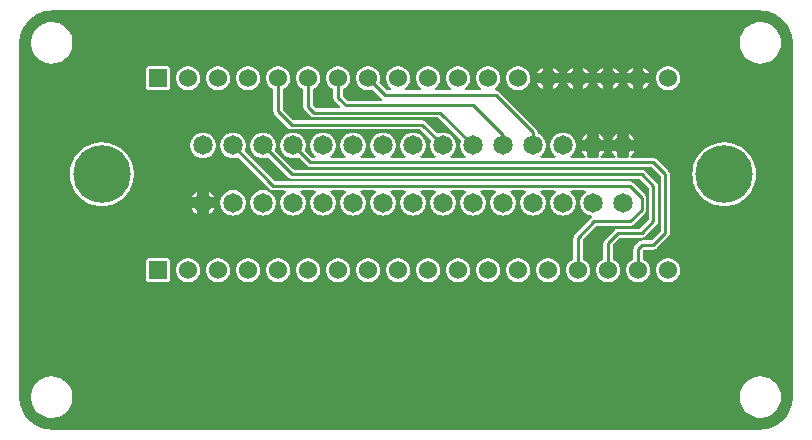
<source format=gbl>
G04 Layer: BottomLayer*
G04 EasyEDA v6.5.22, 2023-04-21 16:03:43*
G04 4c68439a23b5444c8928c868920feb27,770f932475b44407b2c7c1ef503837d0,10*
G04 Gerber Generator version 0.2*
G04 Scale: 100 percent, Rotated: No, Reflected: No *
G04 Dimensions in millimeters *
G04 leading zeros omitted , absolute positions ,4 integer and 5 decimal *
%FSLAX45Y45*%
%MOMM*%

%AMMACRO1*21,1,$1,$2,0,0,$3*%
%ADD10C,0.2540*%
%ADD11MACRO1,1.524X1.524X-90.0000*%
%ADD12C,1.5240*%
%ADD13C,1.6500*%
%ADD14C,4.8750*%
%ADD15C,0.0103*%

%LPD*%
G36*
X-5999276Y-3274110D02*
G01*
X-6021933Y-3273196D01*
X-6043218Y-3270605D01*
X-6064402Y-3266389D01*
X-6085027Y-3260496D01*
X-6105194Y-3253028D01*
X-6124752Y-3243986D01*
X-6143548Y-3233470D01*
X-6161379Y-3221482D01*
X-6178296Y-3208121D01*
X-6194044Y-3193491D01*
X-6208623Y-3177692D01*
X-6221933Y-3160776D01*
X-6233871Y-3142843D01*
X-6244336Y-3124047D01*
X-6253327Y-3104489D01*
X-6260795Y-3084322D01*
X-6266535Y-3063595D01*
X-6270701Y-3042462D01*
X-6273190Y-3021076D01*
X-6274054Y-2999333D01*
X-6274054Y-660D01*
X-6273139Y21894D01*
X-6270599Y43281D01*
X-6266332Y64363D01*
X-6260490Y85090D01*
X-6253022Y105257D01*
X-6243980Y124764D01*
X-6233464Y143510D01*
X-6221425Y161391D01*
X-6208115Y178308D01*
X-6193485Y194056D01*
X-6177635Y208635D01*
X-6160719Y221945D01*
X-6142837Y233883D01*
X-6124092Y244348D01*
X-6104534Y253339D01*
X-6084265Y260756D01*
X-6063538Y266598D01*
X-6042507Y270764D01*
X-6021070Y273253D01*
X-5999276Y274066D01*
X-711Y274066D01*
X21945Y273202D01*
X43230Y270611D01*
X64414Y266395D01*
X85090Y260502D01*
X105257Y253034D01*
X124815Y243992D01*
X143560Y233476D01*
X161442Y221488D01*
X178308Y208127D01*
X194106Y193497D01*
X208686Y177698D01*
X221996Y160782D01*
X233832Y142849D01*
X244398Y124053D01*
X253339Y104495D01*
X260807Y84328D01*
X266547Y63601D01*
X270764Y42468D01*
X273253Y21082D01*
X274116Y-660D01*
X274116Y-2999333D01*
X273202Y-3021888D01*
X270662Y-3043275D01*
X266395Y-3064357D01*
X260553Y-3085084D01*
X253085Y-3105251D01*
X243992Y-3124758D01*
X233476Y-3143504D01*
X221488Y-3161385D01*
X208178Y-3178302D01*
X193548Y-3194050D01*
X177647Y-3208629D01*
X160782Y-3221939D01*
X142900Y-3233877D01*
X124104Y-3244342D01*
X104546Y-3253333D01*
X84277Y-3260750D01*
X63601Y-3266592D01*
X42519Y-3270758D01*
X21132Y-3273247D01*
X-711Y-3274110D01*
G37*

%LPC*%
G36*
X4572Y-3175812D02*
G01*
X22606Y-3174441D01*
X40386Y-3171190D01*
X57810Y-3166110D01*
X74523Y-3159302D01*
X90576Y-3150768D01*
X105613Y-3140659D01*
X119430Y-3129076D01*
X132130Y-3116122D01*
X143357Y-3101898D01*
X153111Y-3086608D01*
X161188Y-3070453D01*
X167589Y-3053486D01*
X172161Y-3035960D01*
X175006Y-3018078D01*
X175920Y-2999994D01*
X175006Y-2981909D01*
X172161Y-2964027D01*
X167589Y-2946501D01*
X161188Y-2929534D01*
X153111Y-2913380D01*
X143357Y-2898089D01*
X132130Y-2883865D01*
X119430Y-2870911D01*
X105613Y-2859328D01*
X90576Y-2849219D01*
X74523Y-2840685D01*
X57810Y-2833878D01*
X40386Y-2828798D01*
X22606Y-2825546D01*
X4572Y-2824175D01*
X-13563Y-2824632D01*
X-31495Y-2826969D01*
X-49123Y-2831084D01*
X-66243Y-2837078D01*
X-82702Y-2844749D01*
X-98145Y-2854045D01*
X-112674Y-2864916D01*
X-125933Y-2877210D01*
X-137972Y-2890824D01*
X-148386Y-2905607D01*
X-157327Y-2921355D01*
X-164541Y-2937967D01*
X-170129Y-2955188D01*
X-173786Y-2972917D01*
X-175615Y-2990951D01*
X-175615Y-3009036D01*
X-173786Y-3027070D01*
X-170129Y-3044799D01*
X-164541Y-3062020D01*
X-157327Y-3078632D01*
X-148386Y-3094380D01*
X-137972Y-3109163D01*
X-125933Y-3122777D01*
X-112674Y-3135071D01*
X-98145Y-3145942D01*
X-82702Y-3155238D01*
X-66243Y-3162909D01*
X-49123Y-3168904D01*
X-31495Y-3173018D01*
X-13563Y-3175355D01*
G37*
G36*
X-5995416Y-3175812D02*
G01*
X-5977432Y-3174441D01*
X-5959551Y-3171190D01*
X-5942177Y-3166110D01*
X-5925413Y-3159302D01*
X-5909411Y-3150768D01*
X-5894425Y-3140659D01*
X-5880506Y-3129076D01*
X-5867857Y-3116122D01*
X-5856579Y-3101898D01*
X-5846876Y-3086608D01*
X-5838799Y-3070453D01*
X-5832449Y-3053486D01*
X-5827776Y-3035960D01*
X-5825032Y-3018078D01*
X-5824118Y-2999994D01*
X-5825032Y-2981909D01*
X-5827776Y-2964027D01*
X-5832449Y-2946501D01*
X-5838799Y-2929534D01*
X-5846876Y-2913380D01*
X-5856579Y-2898089D01*
X-5867857Y-2883865D01*
X-5880506Y-2870911D01*
X-5894425Y-2859328D01*
X-5909411Y-2849219D01*
X-5925413Y-2840685D01*
X-5942177Y-2833878D01*
X-5959551Y-2828798D01*
X-5977432Y-2825546D01*
X-5995416Y-2824175D01*
X-6013602Y-2824632D01*
X-6031484Y-2826969D01*
X-6049111Y-2831084D01*
X-6066231Y-2837078D01*
X-6082639Y-2844749D01*
X-6098184Y-2854045D01*
X-6112662Y-2864916D01*
X-6125972Y-2877210D01*
X-6137910Y-2890824D01*
X-6148425Y-2905607D01*
X-6157315Y-2921355D01*
X-6164580Y-2937967D01*
X-6170066Y-2955188D01*
X-6173825Y-2972917D01*
X-6175603Y-2990951D01*
X-6175603Y-3009036D01*
X-6173825Y-3027070D01*
X-6170066Y-3044799D01*
X-6164580Y-3062020D01*
X-6157315Y-3078632D01*
X-6148425Y-3094380D01*
X-6137910Y-3109163D01*
X-6125972Y-3122777D01*
X-6112662Y-3135071D01*
X-6098184Y-3145942D01*
X-6082639Y-3155238D01*
X-6066231Y-3162909D01*
X-6049111Y-3168904D01*
X-6031484Y-3173018D01*
X-6013602Y-3175355D01*
G37*
G36*
X-5175605Y-2027732D02*
G01*
X-5024323Y-2027732D01*
X-5018024Y-2026970D01*
X-5012537Y-2025091D01*
X-5007660Y-2021992D01*
X-5003546Y-2017928D01*
X-5000548Y-2013000D01*
X-4998618Y-2007565D01*
X-4997856Y-2001215D01*
X-4997856Y-1849983D01*
X-4998618Y-1843633D01*
X-5000548Y-1838198D01*
X-5003546Y-1833270D01*
X-5007660Y-1829206D01*
X-5012537Y-1826107D01*
X-5018024Y-1824228D01*
X-5024323Y-1823516D01*
X-5175605Y-1823516D01*
X-5181904Y-1824228D01*
X-5187391Y-1826107D01*
X-5192268Y-1829206D01*
X-5196433Y-1833270D01*
X-5199430Y-1838198D01*
X-5201361Y-1843633D01*
X-5202072Y-1849983D01*
X-5202072Y-2001215D01*
X-5201361Y-2007565D01*
X-5199430Y-2013000D01*
X-5196433Y-2017928D01*
X-5192268Y-2021992D01*
X-5187391Y-2025091D01*
X-5181904Y-2026970D01*
G37*
G36*
X-2312771Y-2027478D02*
G01*
X-2299157Y-2027478D01*
X-2285695Y-2025650D01*
X-2272538Y-2022043D01*
X-2259939Y-2016709D01*
X-2248204Y-2009749D01*
X-2237486Y-2001316D01*
X-2228037Y-1991512D01*
X-2219909Y-1980539D01*
X-2213406Y-1968550D01*
X-2208530Y-1955850D01*
X-2205329Y-1942592D01*
X-2203958Y-1929028D01*
X-2204415Y-1915363D01*
X-2206650Y-1901952D01*
X-2210714Y-1888896D01*
X-2216454Y-1876552D01*
X-2223770Y-1865020D01*
X-2232609Y-1854606D01*
X-2242769Y-1845462D01*
X-2253996Y-1837740D01*
X-2266188Y-1831593D01*
X-2278989Y-1827123D01*
X-2292350Y-1824431D01*
X-2305964Y-1823516D01*
X-2319578Y-1824431D01*
X-2332939Y-1827123D01*
X-2345842Y-1831593D01*
X-2358034Y-1837740D01*
X-2369261Y-1845462D01*
X-2379421Y-1854606D01*
X-2388209Y-1865020D01*
X-2395474Y-1876552D01*
X-2401214Y-1888896D01*
X-2405329Y-1901952D01*
X-2407564Y-1915363D01*
X-2408021Y-1929028D01*
X-2406650Y-1942592D01*
X-2403449Y-1955850D01*
X-2398572Y-1968550D01*
X-2392019Y-1980539D01*
X-2383942Y-1991512D01*
X-2374442Y-2001316D01*
X-2363724Y-2009749D01*
X-2351989Y-2016709D01*
X-2339492Y-2022043D01*
X-2326284Y-2025650D01*
G37*
G36*
X-4344771Y-2027478D02*
G01*
X-4331157Y-2027478D01*
X-4317695Y-2025650D01*
X-4304538Y-2022043D01*
X-4291939Y-2016709D01*
X-4280204Y-2009749D01*
X-4269486Y-2001316D01*
X-4260037Y-1991512D01*
X-4251909Y-1980539D01*
X-4245406Y-1968550D01*
X-4240530Y-1955850D01*
X-4237278Y-1942592D01*
X-4235958Y-1929028D01*
X-4236415Y-1915363D01*
X-4238650Y-1901952D01*
X-4242714Y-1888896D01*
X-4248454Y-1876552D01*
X-4255770Y-1865020D01*
X-4264609Y-1854606D01*
X-4274769Y-1845462D01*
X-4285996Y-1837740D01*
X-4298188Y-1831593D01*
X-4310989Y-1827123D01*
X-4324350Y-1824431D01*
X-4337964Y-1823516D01*
X-4351578Y-1824431D01*
X-4364939Y-1827123D01*
X-4377842Y-1831593D01*
X-4390034Y-1837740D01*
X-4401261Y-1845462D01*
X-4411421Y-1854606D01*
X-4420209Y-1865020D01*
X-4427474Y-1876552D01*
X-4433214Y-1888896D01*
X-4437329Y-1901952D01*
X-4439564Y-1915363D01*
X-4439970Y-1929028D01*
X-4438650Y-1942592D01*
X-4435449Y-1955850D01*
X-4430572Y-1968550D01*
X-4424019Y-1980539D01*
X-4415942Y-1991512D01*
X-4406442Y-2001316D01*
X-4395724Y-2009749D01*
X-4383989Y-2016709D01*
X-4371492Y-2022043D01*
X-4358284Y-2025650D01*
G37*
G36*
X-2820771Y-2027478D02*
G01*
X-2807157Y-2027478D01*
X-2793695Y-2025650D01*
X-2780538Y-2022043D01*
X-2767939Y-2016709D01*
X-2756204Y-2009749D01*
X-2745486Y-2001316D01*
X-2736037Y-1991512D01*
X-2727909Y-1980539D01*
X-2721406Y-1968550D01*
X-2716530Y-1955850D01*
X-2713329Y-1942592D01*
X-2711958Y-1929028D01*
X-2712415Y-1915363D01*
X-2714650Y-1901952D01*
X-2718714Y-1888896D01*
X-2724454Y-1876552D01*
X-2731770Y-1865020D01*
X-2740609Y-1854606D01*
X-2750769Y-1845462D01*
X-2761996Y-1837740D01*
X-2774188Y-1831593D01*
X-2786989Y-1827123D01*
X-2800350Y-1824431D01*
X-2813964Y-1823516D01*
X-2827578Y-1824431D01*
X-2840939Y-1827123D01*
X-2853842Y-1831593D01*
X-2866034Y-1837740D01*
X-2877261Y-1845462D01*
X-2887421Y-1854606D01*
X-2896209Y-1865020D01*
X-2903474Y-1876552D01*
X-2909214Y-1888896D01*
X-2913329Y-1901952D01*
X-2915564Y-1915363D01*
X-2916021Y-1929028D01*
X-2914650Y-1942592D01*
X-2911449Y-1955850D01*
X-2906572Y-1968550D01*
X-2900019Y-1980539D01*
X-2891942Y-1991512D01*
X-2882442Y-2001316D01*
X-2871724Y-2009749D01*
X-2859989Y-2016709D01*
X-2847492Y-2022043D01*
X-2834284Y-2025650D01*
G37*
G36*
X-3836771Y-2027478D02*
G01*
X-3823157Y-2027478D01*
X-3809695Y-2025650D01*
X-3796537Y-2022043D01*
X-3783939Y-2016709D01*
X-3772204Y-2009749D01*
X-3761486Y-2001316D01*
X-3752037Y-1991512D01*
X-3743909Y-1980539D01*
X-3737406Y-1968550D01*
X-3732529Y-1955850D01*
X-3729278Y-1942592D01*
X-3727958Y-1929028D01*
X-3728415Y-1915363D01*
X-3730650Y-1901952D01*
X-3734714Y-1888896D01*
X-3740454Y-1876552D01*
X-3747770Y-1865020D01*
X-3756609Y-1854606D01*
X-3766769Y-1845462D01*
X-3777996Y-1837740D01*
X-3790187Y-1831593D01*
X-3802989Y-1827123D01*
X-3816350Y-1824431D01*
X-3829964Y-1823516D01*
X-3843578Y-1824431D01*
X-3856939Y-1827123D01*
X-3869842Y-1831593D01*
X-3882034Y-1837740D01*
X-3893261Y-1845462D01*
X-3903421Y-1854606D01*
X-3912209Y-1865020D01*
X-3919474Y-1876552D01*
X-3925214Y-1888896D01*
X-3929329Y-1901952D01*
X-3931564Y-1915363D01*
X-3931970Y-1929028D01*
X-3930650Y-1942592D01*
X-3927449Y-1955850D01*
X-3922572Y-1968550D01*
X-3916019Y-1980539D01*
X-3907942Y-1991512D01*
X-3898442Y-2001316D01*
X-3887724Y-2009749D01*
X-3875989Y-2016709D01*
X-3863492Y-2022043D01*
X-3850284Y-2025650D01*
G37*
G36*
X-3582771Y-2027478D02*
G01*
X-3569157Y-2027478D01*
X-3555695Y-2025650D01*
X-3542537Y-2022043D01*
X-3529939Y-2016709D01*
X-3518204Y-2009749D01*
X-3507486Y-2001316D01*
X-3498037Y-1991512D01*
X-3489909Y-1980539D01*
X-3483406Y-1968550D01*
X-3478529Y-1955850D01*
X-3475278Y-1942592D01*
X-3473958Y-1929028D01*
X-3474415Y-1915363D01*
X-3476650Y-1901952D01*
X-3480714Y-1888896D01*
X-3486454Y-1876552D01*
X-3493770Y-1865020D01*
X-3502609Y-1854606D01*
X-3512769Y-1845462D01*
X-3523996Y-1837740D01*
X-3536187Y-1831593D01*
X-3548989Y-1827123D01*
X-3562350Y-1824431D01*
X-3575964Y-1823516D01*
X-3589578Y-1824431D01*
X-3602939Y-1827123D01*
X-3615842Y-1831593D01*
X-3628034Y-1837740D01*
X-3639261Y-1845462D01*
X-3649421Y-1854606D01*
X-3658209Y-1865020D01*
X-3665474Y-1876552D01*
X-3671214Y-1888896D01*
X-3675329Y-1901952D01*
X-3677564Y-1915363D01*
X-3677970Y-1929028D01*
X-3676650Y-1942592D01*
X-3673449Y-1955850D01*
X-3668572Y-1968550D01*
X-3662019Y-1980539D01*
X-3653942Y-1991512D01*
X-3644442Y-2001316D01*
X-3633724Y-2009749D01*
X-3621989Y-2016709D01*
X-3609492Y-2022043D01*
X-3596284Y-2025650D01*
G37*
G36*
X-2566771Y-2027478D02*
G01*
X-2553157Y-2027478D01*
X-2539695Y-2025650D01*
X-2526538Y-2022043D01*
X-2513939Y-2016709D01*
X-2502204Y-2009749D01*
X-2491486Y-2001316D01*
X-2482037Y-1991512D01*
X-2473909Y-1980539D01*
X-2467406Y-1968550D01*
X-2462530Y-1955850D01*
X-2459329Y-1942592D01*
X-2457958Y-1929028D01*
X-2458415Y-1915363D01*
X-2460650Y-1901952D01*
X-2464714Y-1888896D01*
X-2470454Y-1876552D01*
X-2477770Y-1865020D01*
X-2486609Y-1854606D01*
X-2496769Y-1845462D01*
X-2507996Y-1837740D01*
X-2520188Y-1831593D01*
X-2532989Y-1827123D01*
X-2546350Y-1824431D01*
X-2559964Y-1823516D01*
X-2573578Y-1824431D01*
X-2586939Y-1827123D01*
X-2599842Y-1831593D01*
X-2612034Y-1837740D01*
X-2623261Y-1845462D01*
X-2633421Y-1854606D01*
X-2642209Y-1865020D01*
X-2649474Y-1876552D01*
X-2655214Y-1888896D01*
X-2659329Y-1901952D01*
X-2661564Y-1915363D01*
X-2662021Y-1929028D01*
X-2660650Y-1942592D01*
X-2657449Y-1955850D01*
X-2652572Y-1968550D01*
X-2646019Y-1980539D01*
X-2637942Y-1991512D01*
X-2628442Y-2001316D01*
X-2617724Y-2009749D01*
X-2605989Y-2016709D01*
X-2593492Y-2022043D01*
X-2580284Y-2025650D01*
G37*
G36*
X-4090771Y-2027478D02*
G01*
X-4077157Y-2027478D01*
X-4063695Y-2025650D01*
X-4050537Y-2022043D01*
X-4037939Y-2016709D01*
X-4026204Y-2009749D01*
X-4015486Y-2001316D01*
X-4006037Y-1991512D01*
X-3997909Y-1980539D01*
X-3991406Y-1968550D01*
X-3986529Y-1955850D01*
X-3983278Y-1942592D01*
X-3981958Y-1929028D01*
X-3982415Y-1915363D01*
X-3984650Y-1901952D01*
X-3988714Y-1888896D01*
X-3994454Y-1876552D01*
X-4001770Y-1865020D01*
X-4010609Y-1854606D01*
X-4020769Y-1845462D01*
X-4031996Y-1837740D01*
X-4044187Y-1831593D01*
X-4056989Y-1827123D01*
X-4070350Y-1824431D01*
X-4083964Y-1823516D01*
X-4097578Y-1824431D01*
X-4110939Y-1827123D01*
X-4123842Y-1831593D01*
X-4136034Y-1837740D01*
X-4147261Y-1845462D01*
X-4157421Y-1854606D01*
X-4166209Y-1865020D01*
X-4173474Y-1876552D01*
X-4179214Y-1888896D01*
X-4183329Y-1901952D01*
X-4185564Y-1915363D01*
X-4185970Y-1929028D01*
X-4184650Y-1942592D01*
X-4181449Y-1955850D01*
X-4176572Y-1968550D01*
X-4170019Y-1980539D01*
X-4161942Y-1991512D01*
X-4152442Y-2001316D01*
X-4141724Y-2009749D01*
X-4129989Y-2016709D01*
X-4117492Y-2022043D01*
X-4104284Y-2025650D01*
G37*
G36*
X-2058771Y-2027478D02*
G01*
X-2045157Y-2027478D01*
X-2031695Y-2025650D01*
X-2018538Y-2022043D01*
X-2005939Y-2016709D01*
X-1994204Y-2009749D01*
X-1983486Y-2001316D01*
X-1974037Y-1991512D01*
X-1965909Y-1980539D01*
X-1959406Y-1968550D01*
X-1954530Y-1955850D01*
X-1951329Y-1942592D01*
X-1949957Y-1929028D01*
X-1950415Y-1915363D01*
X-1952650Y-1901952D01*
X-1956714Y-1888896D01*
X-1962454Y-1876552D01*
X-1969770Y-1865020D01*
X-1978609Y-1854606D01*
X-1988769Y-1845462D01*
X-1999996Y-1837740D01*
X-2012188Y-1831593D01*
X-2024989Y-1827123D01*
X-2038350Y-1824431D01*
X-2051964Y-1823516D01*
X-2065578Y-1824431D01*
X-2078939Y-1827123D01*
X-2091842Y-1831593D01*
X-2104034Y-1837740D01*
X-2115261Y-1845462D01*
X-2125421Y-1854606D01*
X-2134209Y-1865020D01*
X-2141474Y-1876552D01*
X-2147214Y-1888896D01*
X-2151329Y-1901952D01*
X-2153564Y-1915363D01*
X-2154021Y-1929028D01*
X-2152650Y-1942592D01*
X-2149449Y-1955850D01*
X-2144572Y-1968550D01*
X-2138019Y-1980539D01*
X-2129942Y-1991512D01*
X-2120442Y-2001316D01*
X-2109724Y-2009749D01*
X-2097989Y-2016709D01*
X-2085492Y-2022043D01*
X-2072284Y-2025650D01*
G37*
G36*
X-1804771Y-2027478D02*
G01*
X-1791157Y-2027478D01*
X-1777695Y-2025650D01*
X-1764538Y-2022043D01*
X-1751939Y-2016709D01*
X-1740204Y-2009749D01*
X-1729486Y-2001316D01*
X-1720088Y-1991512D01*
X-1711909Y-1980539D01*
X-1705406Y-1968550D01*
X-1700530Y-1955850D01*
X-1697329Y-1942592D01*
X-1695957Y-1929028D01*
X-1696415Y-1915363D01*
X-1698650Y-1901952D01*
X-1702714Y-1888896D01*
X-1708454Y-1876552D01*
X-1715770Y-1865020D01*
X-1724609Y-1854606D01*
X-1734769Y-1845462D01*
X-1745996Y-1837740D01*
X-1758188Y-1831593D01*
X-1770989Y-1827123D01*
X-1784350Y-1824431D01*
X-1797964Y-1823516D01*
X-1811578Y-1824431D01*
X-1824939Y-1827123D01*
X-1837842Y-1831593D01*
X-1850034Y-1837740D01*
X-1861261Y-1845462D01*
X-1871421Y-1854606D01*
X-1880209Y-1865020D01*
X-1887474Y-1876552D01*
X-1893214Y-1888896D01*
X-1897329Y-1901952D01*
X-1899564Y-1915363D01*
X-1900021Y-1929028D01*
X-1898650Y-1942592D01*
X-1895449Y-1955850D01*
X-1890572Y-1968550D01*
X-1884019Y-1980539D01*
X-1875942Y-1991512D01*
X-1866442Y-2001316D01*
X-1855724Y-2009749D01*
X-1843989Y-2016709D01*
X-1831492Y-2022043D01*
X-1818284Y-2025650D01*
G37*
G36*
X-4598771Y-2027478D02*
G01*
X-4585157Y-2027478D01*
X-4571695Y-2025650D01*
X-4558538Y-2022043D01*
X-4545939Y-2016709D01*
X-4534204Y-2009749D01*
X-4523486Y-2001316D01*
X-4514037Y-1991512D01*
X-4505909Y-1980539D01*
X-4499406Y-1968550D01*
X-4494530Y-1955850D01*
X-4491278Y-1942592D01*
X-4489958Y-1929028D01*
X-4490415Y-1915363D01*
X-4492650Y-1901952D01*
X-4496714Y-1888896D01*
X-4502454Y-1876552D01*
X-4509770Y-1865020D01*
X-4518558Y-1854606D01*
X-4528769Y-1845462D01*
X-4539996Y-1837740D01*
X-4552137Y-1831593D01*
X-4564989Y-1827123D01*
X-4578350Y-1824431D01*
X-4591964Y-1823516D01*
X-4605578Y-1824431D01*
X-4618939Y-1827123D01*
X-4631842Y-1831593D01*
X-4644034Y-1837740D01*
X-4655261Y-1845462D01*
X-4665421Y-1854606D01*
X-4674209Y-1865020D01*
X-4681474Y-1876552D01*
X-4687214Y-1888896D01*
X-4691329Y-1901952D01*
X-4693513Y-1915363D01*
X-4693970Y-1929028D01*
X-4692650Y-1942592D01*
X-4689449Y-1955850D01*
X-4684572Y-1968550D01*
X-4678019Y-1980539D01*
X-4669942Y-1991512D01*
X-4660442Y-2001316D01*
X-4649724Y-2009749D01*
X-4637989Y-2016709D01*
X-4625492Y-2022043D01*
X-4612284Y-2025650D01*
G37*
G36*
X-4852771Y-2027478D02*
G01*
X-4839157Y-2027478D01*
X-4825695Y-2025650D01*
X-4812538Y-2022043D01*
X-4799939Y-2016709D01*
X-4788204Y-2009749D01*
X-4777486Y-2001316D01*
X-4768037Y-1991512D01*
X-4759909Y-1980539D01*
X-4753406Y-1968550D01*
X-4748530Y-1955850D01*
X-4745278Y-1942592D01*
X-4743958Y-1929028D01*
X-4744415Y-1915363D01*
X-4746650Y-1901952D01*
X-4750714Y-1888896D01*
X-4756454Y-1876552D01*
X-4763770Y-1865020D01*
X-4772558Y-1854606D01*
X-4782769Y-1845462D01*
X-4793996Y-1837740D01*
X-4806137Y-1831593D01*
X-4818989Y-1827123D01*
X-4832350Y-1824431D01*
X-4845964Y-1823516D01*
X-4859578Y-1824431D01*
X-4872939Y-1827123D01*
X-4885842Y-1831593D01*
X-4898034Y-1837740D01*
X-4909261Y-1845462D01*
X-4919421Y-1854606D01*
X-4928209Y-1865020D01*
X-4935474Y-1876552D01*
X-4941214Y-1888896D01*
X-4945329Y-1901952D01*
X-4947513Y-1915363D01*
X-4947970Y-1929028D01*
X-4946650Y-1942592D01*
X-4943449Y-1955850D01*
X-4938572Y-1968550D01*
X-4932019Y-1980539D01*
X-4923942Y-1991512D01*
X-4914442Y-2001316D01*
X-4903724Y-2009749D01*
X-4891989Y-2016709D01*
X-4879492Y-2022043D01*
X-4866284Y-2025650D01*
G37*
G36*
X-3074771Y-2027478D02*
G01*
X-3061157Y-2027478D01*
X-3047695Y-2025650D01*
X-3034538Y-2022043D01*
X-3021939Y-2016709D01*
X-3010204Y-2009749D01*
X-2999486Y-2001316D01*
X-2990037Y-1991512D01*
X-2981909Y-1980539D01*
X-2975406Y-1968550D01*
X-2970530Y-1955850D01*
X-2967329Y-1942592D01*
X-2965958Y-1929028D01*
X-2966415Y-1915363D01*
X-2968650Y-1901952D01*
X-2972714Y-1888896D01*
X-2978454Y-1876552D01*
X-2985770Y-1865020D01*
X-2994609Y-1854606D01*
X-3004769Y-1845462D01*
X-3015996Y-1837740D01*
X-3028188Y-1831593D01*
X-3040989Y-1827123D01*
X-3054350Y-1824431D01*
X-3067964Y-1823516D01*
X-3081578Y-1824431D01*
X-3094939Y-1827123D01*
X-3107842Y-1831593D01*
X-3120034Y-1837740D01*
X-3131261Y-1845462D01*
X-3141421Y-1854606D01*
X-3150209Y-1865020D01*
X-3157474Y-1876552D01*
X-3163214Y-1888896D01*
X-3167329Y-1901952D01*
X-3169564Y-1915363D01*
X-3170021Y-1929028D01*
X-3168650Y-1942592D01*
X-3165449Y-1955850D01*
X-3160572Y-1968550D01*
X-3154019Y-1980539D01*
X-3145942Y-1991512D01*
X-3136442Y-2001316D01*
X-3125724Y-2009749D01*
X-3113989Y-2016709D01*
X-3101492Y-2022043D01*
X-3088284Y-2025650D01*
G37*
G36*
X-788771Y-2027478D02*
G01*
X-775157Y-2027478D01*
X-761695Y-2025650D01*
X-748538Y-2022043D01*
X-735939Y-2016709D01*
X-724204Y-2009749D01*
X-713486Y-2001316D01*
X-704088Y-1991512D01*
X-695909Y-1980539D01*
X-689406Y-1968550D01*
X-684530Y-1955850D01*
X-681329Y-1942592D01*
X-679958Y-1929028D01*
X-680415Y-1915363D01*
X-682650Y-1901952D01*
X-686714Y-1888896D01*
X-692454Y-1876552D01*
X-699770Y-1865020D01*
X-708609Y-1854606D01*
X-718769Y-1845462D01*
X-729996Y-1837740D01*
X-742188Y-1831593D01*
X-754989Y-1827123D01*
X-768350Y-1824431D01*
X-781964Y-1823516D01*
X-795578Y-1824431D01*
X-808939Y-1827123D01*
X-821842Y-1831593D01*
X-834034Y-1837740D01*
X-845261Y-1845462D01*
X-855421Y-1854606D01*
X-864209Y-1865020D01*
X-871474Y-1876552D01*
X-877214Y-1888896D01*
X-881329Y-1901952D01*
X-883564Y-1915363D01*
X-884021Y-1929028D01*
X-882650Y-1942592D01*
X-879449Y-1955850D01*
X-874572Y-1968550D01*
X-868019Y-1980539D01*
X-859942Y-1991512D01*
X-850442Y-2001316D01*
X-839724Y-2009749D01*
X-827989Y-2016709D01*
X-815492Y-2022043D01*
X-802284Y-2025650D01*
G37*
G36*
X-3328771Y-2027478D02*
G01*
X-3315157Y-2027478D01*
X-3301695Y-2025650D01*
X-3288537Y-2022043D01*
X-3275939Y-2016709D01*
X-3264204Y-2009749D01*
X-3253486Y-2001316D01*
X-3244037Y-1991512D01*
X-3235909Y-1980539D01*
X-3229406Y-1968550D01*
X-3224530Y-1955850D01*
X-3221278Y-1942592D01*
X-3219958Y-1929028D01*
X-3220415Y-1915363D01*
X-3222650Y-1901952D01*
X-3226714Y-1888896D01*
X-3232454Y-1876552D01*
X-3239770Y-1865020D01*
X-3248609Y-1854606D01*
X-3258769Y-1845462D01*
X-3269996Y-1837740D01*
X-3282187Y-1831593D01*
X-3294989Y-1827123D01*
X-3308350Y-1824431D01*
X-3321964Y-1823516D01*
X-3335578Y-1824431D01*
X-3348939Y-1827123D01*
X-3361842Y-1831593D01*
X-3374034Y-1837740D01*
X-3385261Y-1845462D01*
X-3395421Y-1854606D01*
X-3404209Y-1865020D01*
X-3411474Y-1876552D01*
X-3417214Y-1888896D01*
X-3421329Y-1901952D01*
X-3423564Y-1915363D01*
X-3423970Y-1929028D01*
X-3422650Y-1942592D01*
X-3419449Y-1955850D01*
X-3414572Y-1968550D01*
X-3408019Y-1980539D01*
X-3399942Y-1991512D01*
X-3390442Y-2001316D01*
X-3379724Y-2009749D01*
X-3367989Y-2016709D01*
X-3355492Y-2022043D01*
X-3342284Y-2025650D01*
G37*
G36*
X-1296771Y-2027478D02*
G01*
X-1283157Y-2027478D01*
X-1269695Y-2025650D01*
X-1256538Y-2022043D01*
X-1243939Y-2016709D01*
X-1232204Y-2009749D01*
X-1221486Y-2001316D01*
X-1212088Y-1991512D01*
X-1203909Y-1980539D01*
X-1197406Y-1968550D01*
X-1192530Y-1955850D01*
X-1189329Y-1942592D01*
X-1187958Y-1929028D01*
X-1188415Y-1915363D01*
X-1190650Y-1901952D01*
X-1194714Y-1888896D01*
X-1200454Y-1876552D01*
X-1207770Y-1865020D01*
X-1216609Y-1854606D01*
X-1226769Y-1845462D01*
X-1237996Y-1837740D01*
X-1245819Y-1833829D01*
X-1248765Y-1831543D01*
X-1250696Y-1828393D01*
X-1251356Y-1824736D01*
X-1251356Y-1715770D01*
X-1250645Y-1711909D01*
X-1248359Y-1708607D01*
X-1192987Y-1653184D01*
X-1189685Y-1651000D01*
X-1185773Y-1650187D01*
X-1006449Y-1650187D01*
X-998474Y-1649425D01*
X-991260Y-1647240D01*
X-984554Y-1643684D01*
X-978306Y-1638554D01*
X-879043Y-1539240D01*
X-873912Y-1533042D01*
X-870356Y-1526336D01*
X-868222Y-1519123D01*
X-867359Y-1511096D01*
X-867359Y-1212088D01*
X-868222Y-1204061D01*
X-870356Y-1196848D01*
X-873912Y-1190193D01*
X-879043Y-1183944D01*
X-978306Y-1084681D01*
X-984554Y-1079550D01*
X-991260Y-1075994D01*
X-998474Y-1073810D01*
X-1006449Y-1072997D01*
X-3948277Y-1072997D01*
X-3952138Y-1072235D01*
X-3955440Y-1070000D01*
X-4107383Y-918108D01*
X-4109567Y-915009D01*
X-4110380Y-911352D01*
X-4109821Y-907643D01*
X-4106265Y-897178D01*
X-4103522Y-883259D01*
X-4102557Y-869137D01*
X-4103522Y-854964D01*
X-4106265Y-841044D01*
X-4110837Y-827633D01*
X-4117086Y-814933D01*
X-4124960Y-803148D01*
X-4134307Y-792480D01*
X-4144975Y-783132D01*
X-4156760Y-775258D01*
X-4169511Y-768959D01*
X-4182922Y-764438D01*
X-4196842Y-761644D01*
X-4210964Y-760730D01*
X-4225137Y-761644D01*
X-4239056Y-764438D01*
X-4252468Y-768959D01*
X-4265168Y-775258D01*
X-4276953Y-783132D01*
X-4287621Y-792480D01*
X-4296968Y-803148D01*
X-4304842Y-814933D01*
X-4311091Y-827633D01*
X-4315714Y-841044D01*
X-4318406Y-854964D01*
X-4319371Y-869137D01*
X-4318406Y-883259D01*
X-4315714Y-897178D01*
X-4311091Y-910590D01*
X-4304842Y-923290D01*
X-4296968Y-935075D01*
X-4287621Y-945743D01*
X-4276953Y-955090D01*
X-4265168Y-962964D01*
X-4252468Y-969264D01*
X-4239056Y-973785D01*
X-4225137Y-976579D01*
X-4210964Y-977493D01*
X-4196842Y-976579D01*
X-4182922Y-973785D01*
X-4172458Y-970229D01*
X-4168749Y-969721D01*
X-4165092Y-970584D01*
X-4161993Y-972667D01*
X-3996131Y-1138529D01*
X-3989933Y-1143660D01*
X-3983228Y-1147216D01*
X-3976014Y-1149400D01*
X-3967987Y-1150213D01*
X-1026160Y-1150213D01*
X-1022299Y-1150975D01*
X-1019048Y-1153210D01*
X-947572Y-1224635D01*
X-945387Y-1227937D01*
X-944575Y-1231798D01*
X-944575Y-1491386D01*
X-945387Y-1495298D01*
X-947572Y-1498600D01*
X-1019048Y-1570024D01*
X-1022299Y-1572209D01*
X-1026160Y-1572971D01*
X-1205484Y-1572971D01*
X-1213561Y-1573784D01*
X-1220724Y-1575968D01*
X-1227378Y-1579524D01*
X-1233627Y-1584655D01*
X-1316939Y-1667967D01*
X-1322019Y-1674164D01*
X-1325575Y-1680819D01*
X-1327810Y-1688084D01*
X-1328572Y-1696110D01*
X-1328572Y-1824736D01*
X-1329283Y-1828393D01*
X-1331264Y-1831543D01*
X-1334211Y-1833778D01*
X-1342034Y-1837740D01*
X-1353261Y-1845462D01*
X-1363421Y-1854606D01*
X-1372209Y-1865020D01*
X-1379474Y-1876552D01*
X-1385214Y-1888896D01*
X-1389329Y-1901952D01*
X-1391564Y-1915363D01*
X-1392021Y-1929028D01*
X-1390650Y-1942592D01*
X-1387449Y-1955850D01*
X-1382572Y-1968550D01*
X-1376019Y-1980539D01*
X-1367942Y-1991512D01*
X-1358442Y-2001316D01*
X-1347724Y-2009749D01*
X-1335989Y-2016709D01*
X-1323492Y-2022043D01*
X-1310284Y-2025650D01*
G37*
G36*
X-1550771Y-2027478D02*
G01*
X-1537157Y-2027478D01*
X-1523695Y-2025650D01*
X-1510538Y-2022043D01*
X-1497939Y-2016709D01*
X-1486204Y-2009749D01*
X-1475486Y-2001316D01*
X-1466088Y-1991512D01*
X-1457909Y-1980539D01*
X-1451406Y-1968550D01*
X-1446530Y-1955850D01*
X-1443329Y-1942592D01*
X-1441958Y-1929028D01*
X-1442415Y-1915363D01*
X-1444650Y-1901952D01*
X-1448714Y-1888896D01*
X-1454454Y-1876552D01*
X-1461770Y-1865020D01*
X-1470609Y-1854606D01*
X-1480769Y-1845462D01*
X-1491996Y-1837740D01*
X-1499819Y-1833829D01*
X-1502765Y-1831543D01*
X-1504696Y-1828393D01*
X-1505356Y-1824736D01*
X-1505356Y-1669796D01*
X-1504645Y-1665884D01*
X-1502359Y-1662633D01*
X-1392936Y-1553159D01*
X-1389634Y-1550974D01*
X-1385773Y-1550212D01*
X-1106525Y-1550212D01*
X-1098448Y-1549400D01*
X-1091234Y-1547215D01*
X-1084580Y-1543659D01*
X-1078331Y-1538528D01*
X-979068Y-1439265D01*
X-973886Y-1433017D01*
X-970330Y-1426362D01*
X-968146Y-1419098D01*
X-967384Y-1411122D01*
X-967384Y-1312113D01*
X-968146Y-1304086D01*
X-970330Y-1296822D01*
X-973886Y-1290167D01*
X-979068Y-1283970D01*
X-1078331Y-1184656D01*
X-1084580Y-1179525D01*
X-1091234Y-1175969D01*
X-1098448Y-1173784D01*
X-1106525Y-1172972D01*
X-4102303Y-1172972D01*
X-4106214Y-1172210D01*
X-4109465Y-1170025D01*
X-4361383Y-918108D01*
X-4363567Y-915009D01*
X-4364380Y-911352D01*
X-4363821Y-907643D01*
X-4360265Y-897178D01*
X-4357522Y-883259D01*
X-4356557Y-869137D01*
X-4357522Y-854964D01*
X-4360265Y-841044D01*
X-4364837Y-827633D01*
X-4371086Y-814933D01*
X-4378960Y-803148D01*
X-4388307Y-792480D01*
X-4398975Y-783132D01*
X-4410760Y-775258D01*
X-4423511Y-768959D01*
X-4436922Y-764438D01*
X-4450842Y-761644D01*
X-4464964Y-760730D01*
X-4479137Y-761644D01*
X-4493056Y-764438D01*
X-4506468Y-768959D01*
X-4519168Y-775258D01*
X-4530953Y-783132D01*
X-4541621Y-792480D01*
X-4550968Y-803148D01*
X-4558842Y-814933D01*
X-4565091Y-827633D01*
X-4569714Y-841044D01*
X-4572406Y-854964D01*
X-4573371Y-869137D01*
X-4572406Y-883259D01*
X-4569714Y-897178D01*
X-4565091Y-910590D01*
X-4558842Y-923290D01*
X-4550968Y-935075D01*
X-4541621Y-945743D01*
X-4530953Y-955090D01*
X-4519168Y-962964D01*
X-4506468Y-969264D01*
X-4493056Y-973785D01*
X-4479137Y-976579D01*
X-4464964Y-977493D01*
X-4450842Y-976579D01*
X-4436922Y-973785D01*
X-4426458Y-970229D01*
X-4422749Y-969721D01*
X-4419092Y-970584D01*
X-4415993Y-972667D01*
X-4150156Y-1238554D01*
X-4143908Y-1243685D01*
X-4137253Y-1247241D01*
X-4129989Y-1249426D01*
X-4121962Y-1250188D01*
X-4029557Y-1250188D01*
X-4025595Y-1251000D01*
X-4022242Y-1253337D01*
X-4020007Y-1256792D01*
X-4019397Y-1260805D01*
X-4020362Y-1264767D01*
X-4022851Y-1268018D01*
X-4033621Y-1277467D01*
X-4042968Y-1288135D01*
X-4050842Y-1299921D01*
X-4057091Y-1312621D01*
X-4061714Y-1326032D01*
X-4064406Y-1339951D01*
X-4065371Y-1354124D01*
X-4064406Y-1368247D01*
X-4061714Y-1382166D01*
X-4057091Y-1395577D01*
X-4050842Y-1408277D01*
X-4042968Y-1420063D01*
X-4033621Y-1430731D01*
X-4022953Y-1440078D01*
X-4011168Y-1447952D01*
X-3998468Y-1454251D01*
X-3985056Y-1458772D01*
X-3971137Y-1461566D01*
X-3956964Y-1462481D01*
X-3942842Y-1461566D01*
X-3928922Y-1458772D01*
X-3915511Y-1454251D01*
X-3902760Y-1447952D01*
X-3890975Y-1440078D01*
X-3880307Y-1430731D01*
X-3870960Y-1420063D01*
X-3863086Y-1408277D01*
X-3856837Y-1395577D01*
X-3852265Y-1382166D01*
X-3849522Y-1368247D01*
X-3848557Y-1354124D01*
X-3849522Y-1339951D01*
X-3852265Y-1326032D01*
X-3856837Y-1312621D01*
X-3863086Y-1299921D01*
X-3870960Y-1288135D01*
X-3880307Y-1277467D01*
X-3891127Y-1268018D01*
X-3893565Y-1264767D01*
X-3894531Y-1260805D01*
X-3893921Y-1256792D01*
X-3891787Y-1253337D01*
X-3888384Y-1251000D01*
X-3884472Y-1250188D01*
X-3775557Y-1250188D01*
X-3771595Y-1251000D01*
X-3768242Y-1253337D01*
X-3766007Y-1256792D01*
X-3765397Y-1260805D01*
X-3766362Y-1264767D01*
X-3768851Y-1268018D01*
X-3779621Y-1277467D01*
X-3788968Y-1288135D01*
X-3796842Y-1299921D01*
X-3803091Y-1312621D01*
X-3807714Y-1326032D01*
X-3810406Y-1339951D01*
X-3811371Y-1354124D01*
X-3810406Y-1368247D01*
X-3807714Y-1382166D01*
X-3803091Y-1395577D01*
X-3796842Y-1408277D01*
X-3788968Y-1420063D01*
X-3779621Y-1430731D01*
X-3768953Y-1440078D01*
X-3757168Y-1447952D01*
X-3744468Y-1454251D01*
X-3731056Y-1458772D01*
X-3717137Y-1461566D01*
X-3702964Y-1462481D01*
X-3688842Y-1461566D01*
X-3674922Y-1458772D01*
X-3661511Y-1454251D01*
X-3648760Y-1447952D01*
X-3636975Y-1440078D01*
X-3626307Y-1430731D01*
X-3616960Y-1420063D01*
X-3609086Y-1408277D01*
X-3602837Y-1395577D01*
X-3598265Y-1382166D01*
X-3595522Y-1368247D01*
X-3594557Y-1354124D01*
X-3595522Y-1339951D01*
X-3598265Y-1326032D01*
X-3602837Y-1312621D01*
X-3609086Y-1299921D01*
X-3616960Y-1288135D01*
X-3626307Y-1277467D01*
X-3637127Y-1268018D01*
X-3639565Y-1264767D01*
X-3640531Y-1260805D01*
X-3639921Y-1256792D01*
X-3637787Y-1253337D01*
X-3634384Y-1251000D01*
X-3630472Y-1250188D01*
X-3521557Y-1250188D01*
X-3517595Y-1251000D01*
X-3514242Y-1253337D01*
X-3512007Y-1256792D01*
X-3511397Y-1260805D01*
X-3512362Y-1264767D01*
X-3514851Y-1268018D01*
X-3525621Y-1277467D01*
X-3534968Y-1288135D01*
X-3542842Y-1299921D01*
X-3549091Y-1312621D01*
X-3553714Y-1326032D01*
X-3556406Y-1339951D01*
X-3557371Y-1354124D01*
X-3556406Y-1368247D01*
X-3553714Y-1382166D01*
X-3549091Y-1395577D01*
X-3542842Y-1408277D01*
X-3534968Y-1420063D01*
X-3525621Y-1430731D01*
X-3514953Y-1440078D01*
X-3503168Y-1447952D01*
X-3490468Y-1454251D01*
X-3477056Y-1458772D01*
X-3463137Y-1461566D01*
X-3448964Y-1462481D01*
X-3434842Y-1461566D01*
X-3420922Y-1458772D01*
X-3407511Y-1454251D01*
X-3394760Y-1447952D01*
X-3382975Y-1440078D01*
X-3372307Y-1430731D01*
X-3362960Y-1420063D01*
X-3355086Y-1408277D01*
X-3348837Y-1395577D01*
X-3344265Y-1382166D01*
X-3341522Y-1368247D01*
X-3340557Y-1354124D01*
X-3341522Y-1339951D01*
X-3344265Y-1326032D01*
X-3348837Y-1312621D01*
X-3355086Y-1299921D01*
X-3362960Y-1288135D01*
X-3372307Y-1277467D01*
X-3383127Y-1268018D01*
X-3385565Y-1264767D01*
X-3386531Y-1260805D01*
X-3385921Y-1256792D01*
X-3383787Y-1253337D01*
X-3380384Y-1251000D01*
X-3376472Y-1250188D01*
X-3267557Y-1250188D01*
X-3263595Y-1251000D01*
X-3260242Y-1253337D01*
X-3258007Y-1256792D01*
X-3257397Y-1260805D01*
X-3258362Y-1264767D01*
X-3260852Y-1268018D01*
X-3271621Y-1277467D01*
X-3280968Y-1288135D01*
X-3288842Y-1299921D01*
X-3295091Y-1312621D01*
X-3299714Y-1326032D01*
X-3302406Y-1339951D01*
X-3303371Y-1354124D01*
X-3302406Y-1368247D01*
X-3299714Y-1382166D01*
X-3295091Y-1395577D01*
X-3288842Y-1408277D01*
X-3280968Y-1420063D01*
X-3271621Y-1430731D01*
X-3260953Y-1440078D01*
X-3249168Y-1447952D01*
X-3236468Y-1454251D01*
X-3223056Y-1458772D01*
X-3209137Y-1461566D01*
X-3194964Y-1462481D01*
X-3180842Y-1461566D01*
X-3166922Y-1458772D01*
X-3153511Y-1454251D01*
X-3140760Y-1447952D01*
X-3128975Y-1440078D01*
X-3118307Y-1430731D01*
X-3108960Y-1420063D01*
X-3101086Y-1408277D01*
X-3094837Y-1395577D01*
X-3090265Y-1382166D01*
X-3087522Y-1368247D01*
X-3086557Y-1354124D01*
X-3087522Y-1339951D01*
X-3090265Y-1326032D01*
X-3094837Y-1312621D01*
X-3101086Y-1299921D01*
X-3108960Y-1288135D01*
X-3118307Y-1277467D01*
X-3129127Y-1268018D01*
X-3131566Y-1264767D01*
X-3132531Y-1260805D01*
X-3131921Y-1256792D01*
X-3129788Y-1253337D01*
X-3126384Y-1251000D01*
X-3122472Y-1250188D01*
X-3013557Y-1250188D01*
X-3009595Y-1251000D01*
X-3006242Y-1253337D01*
X-3004007Y-1256792D01*
X-3003397Y-1260805D01*
X-3004362Y-1264767D01*
X-3006852Y-1268018D01*
X-3017621Y-1277467D01*
X-3026968Y-1288135D01*
X-3034842Y-1299921D01*
X-3041091Y-1312621D01*
X-3045714Y-1326032D01*
X-3048406Y-1339951D01*
X-3049371Y-1354124D01*
X-3048406Y-1368247D01*
X-3045714Y-1382166D01*
X-3041091Y-1395577D01*
X-3034842Y-1408277D01*
X-3026968Y-1420063D01*
X-3017621Y-1430731D01*
X-3006953Y-1440078D01*
X-2995168Y-1447952D01*
X-2982468Y-1454251D01*
X-2969056Y-1458772D01*
X-2955137Y-1461566D01*
X-2940964Y-1462481D01*
X-2926842Y-1461566D01*
X-2912922Y-1458772D01*
X-2899511Y-1454251D01*
X-2886760Y-1447952D01*
X-2874975Y-1440078D01*
X-2864307Y-1430731D01*
X-2854960Y-1420063D01*
X-2847086Y-1408277D01*
X-2840837Y-1395577D01*
X-2836265Y-1382166D01*
X-2833522Y-1368247D01*
X-2832557Y-1354124D01*
X-2833522Y-1339951D01*
X-2836265Y-1326032D01*
X-2840837Y-1312621D01*
X-2847086Y-1299921D01*
X-2854960Y-1288135D01*
X-2864307Y-1277467D01*
X-2875127Y-1268018D01*
X-2877566Y-1264767D01*
X-2878531Y-1260805D01*
X-2877921Y-1256792D01*
X-2875788Y-1253337D01*
X-2872384Y-1251000D01*
X-2868472Y-1250188D01*
X-2759557Y-1250188D01*
X-2755595Y-1251000D01*
X-2752242Y-1253337D01*
X-2750007Y-1256792D01*
X-2749397Y-1260805D01*
X-2750362Y-1264767D01*
X-2752852Y-1268018D01*
X-2763621Y-1277467D01*
X-2772968Y-1288135D01*
X-2780842Y-1299921D01*
X-2787091Y-1312621D01*
X-2791714Y-1326032D01*
X-2794406Y-1339951D01*
X-2795371Y-1354124D01*
X-2794406Y-1368247D01*
X-2791714Y-1382166D01*
X-2787091Y-1395577D01*
X-2780842Y-1408277D01*
X-2772968Y-1420063D01*
X-2763621Y-1430731D01*
X-2752953Y-1440078D01*
X-2741168Y-1447952D01*
X-2728468Y-1454251D01*
X-2715056Y-1458772D01*
X-2701137Y-1461566D01*
X-2686964Y-1462481D01*
X-2672842Y-1461566D01*
X-2658922Y-1458772D01*
X-2645511Y-1454251D01*
X-2632760Y-1447952D01*
X-2620975Y-1440078D01*
X-2610307Y-1430731D01*
X-2600960Y-1420063D01*
X-2593086Y-1408277D01*
X-2586837Y-1395577D01*
X-2582265Y-1382166D01*
X-2579522Y-1368247D01*
X-2578557Y-1354124D01*
X-2579522Y-1339951D01*
X-2582265Y-1326032D01*
X-2586837Y-1312621D01*
X-2593086Y-1299921D01*
X-2600960Y-1288135D01*
X-2610307Y-1277467D01*
X-2621127Y-1268018D01*
X-2623566Y-1264767D01*
X-2624531Y-1260805D01*
X-2623921Y-1256792D01*
X-2621788Y-1253337D01*
X-2618384Y-1251000D01*
X-2614472Y-1250188D01*
X-2505557Y-1250188D01*
X-2501595Y-1251000D01*
X-2498242Y-1253337D01*
X-2496007Y-1256792D01*
X-2495397Y-1260805D01*
X-2496362Y-1264767D01*
X-2498852Y-1268018D01*
X-2509621Y-1277467D01*
X-2518968Y-1288135D01*
X-2526842Y-1299921D01*
X-2533091Y-1312621D01*
X-2537714Y-1326032D01*
X-2540406Y-1339951D01*
X-2541371Y-1354124D01*
X-2540406Y-1368247D01*
X-2537714Y-1382166D01*
X-2533091Y-1395577D01*
X-2526842Y-1408277D01*
X-2518968Y-1420063D01*
X-2509621Y-1430731D01*
X-2498953Y-1440078D01*
X-2487168Y-1447952D01*
X-2474468Y-1454251D01*
X-2461056Y-1458772D01*
X-2447137Y-1461566D01*
X-2432964Y-1462481D01*
X-2418842Y-1461566D01*
X-2404922Y-1458772D01*
X-2391511Y-1454251D01*
X-2378760Y-1447952D01*
X-2366975Y-1440078D01*
X-2356307Y-1430731D01*
X-2346960Y-1420063D01*
X-2339086Y-1408277D01*
X-2332837Y-1395577D01*
X-2328265Y-1382166D01*
X-2325522Y-1368247D01*
X-2324557Y-1354124D01*
X-2325522Y-1339951D01*
X-2328265Y-1326032D01*
X-2332837Y-1312621D01*
X-2339086Y-1299921D01*
X-2346960Y-1288135D01*
X-2356307Y-1277467D01*
X-2367127Y-1268018D01*
X-2369566Y-1264767D01*
X-2370531Y-1260805D01*
X-2369921Y-1256792D01*
X-2367788Y-1253337D01*
X-2364384Y-1251000D01*
X-2360472Y-1250188D01*
X-2251557Y-1250188D01*
X-2247595Y-1251000D01*
X-2244242Y-1253337D01*
X-2242007Y-1256792D01*
X-2241397Y-1260805D01*
X-2242362Y-1264767D01*
X-2244852Y-1268018D01*
X-2255621Y-1277467D01*
X-2264968Y-1288135D01*
X-2272842Y-1299921D01*
X-2279091Y-1312621D01*
X-2283714Y-1326032D01*
X-2286406Y-1339951D01*
X-2287371Y-1354124D01*
X-2286406Y-1368247D01*
X-2283714Y-1382166D01*
X-2279091Y-1395577D01*
X-2272842Y-1408277D01*
X-2264968Y-1420063D01*
X-2255621Y-1430731D01*
X-2244953Y-1440078D01*
X-2233168Y-1447952D01*
X-2220468Y-1454251D01*
X-2207056Y-1458772D01*
X-2193137Y-1461566D01*
X-2178964Y-1462481D01*
X-2164842Y-1461566D01*
X-2150922Y-1458772D01*
X-2137511Y-1454251D01*
X-2124760Y-1447952D01*
X-2112975Y-1440078D01*
X-2102307Y-1430731D01*
X-2092960Y-1420063D01*
X-2085086Y-1408277D01*
X-2078837Y-1395577D01*
X-2074265Y-1382166D01*
X-2071522Y-1368247D01*
X-2070557Y-1354124D01*
X-2071522Y-1339951D01*
X-2074265Y-1326032D01*
X-2078837Y-1312621D01*
X-2085086Y-1299921D01*
X-2092960Y-1288135D01*
X-2102307Y-1277467D01*
X-2113127Y-1268018D01*
X-2115566Y-1264767D01*
X-2116531Y-1260805D01*
X-2115921Y-1256792D01*
X-2113788Y-1253337D01*
X-2110384Y-1251000D01*
X-2106472Y-1250188D01*
X-1997557Y-1250188D01*
X-1993595Y-1251000D01*
X-1990242Y-1253337D01*
X-1988007Y-1256792D01*
X-1987397Y-1260805D01*
X-1988362Y-1264767D01*
X-1990852Y-1268018D01*
X-2001621Y-1277467D01*
X-2010968Y-1288135D01*
X-2018842Y-1299921D01*
X-2025091Y-1312621D01*
X-2029714Y-1326032D01*
X-2032406Y-1339951D01*
X-2033371Y-1354124D01*
X-2032406Y-1368247D01*
X-2029714Y-1382166D01*
X-2025091Y-1395577D01*
X-2018842Y-1408277D01*
X-2010968Y-1420063D01*
X-2001621Y-1430731D01*
X-1990953Y-1440078D01*
X-1979168Y-1447952D01*
X-1966468Y-1454251D01*
X-1953056Y-1458772D01*
X-1939137Y-1461566D01*
X-1924964Y-1462481D01*
X-1910842Y-1461566D01*
X-1896922Y-1458772D01*
X-1883511Y-1454251D01*
X-1870760Y-1447952D01*
X-1858975Y-1440078D01*
X-1848307Y-1430731D01*
X-1838960Y-1420063D01*
X-1831086Y-1408277D01*
X-1824837Y-1395577D01*
X-1820265Y-1382166D01*
X-1817522Y-1368247D01*
X-1816557Y-1354124D01*
X-1817522Y-1339951D01*
X-1820265Y-1326032D01*
X-1824837Y-1312621D01*
X-1831086Y-1299921D01*
X-1838960Y-1288135D01*
X-1848307Y-1277467D01*
X-1859127Y-1268018D01*
X-1861566Y-1264767D01*
X-1862531Y-1260805D01*
X-1861921Y-1256792D01*
X-1859788Y-1253337D01*
X-1856384Y-1251000D01*
X-1852472Y-1250188D01*
X-1743557Y-1250188D01*
X-1739595Y-1251000D01*
X-1736242Y-1253337D01*
X-1734007Y-1256792D01*
X-1733397Y-1260805D01*
X-1734362Y-1264767D01*
X-1736852Y-1268018D01*
X-1747621Y-1277467D01*
X-1756968Y-1288135D01*
X-1764842Y-1299921D01*
X-1771091Y-1312621D01*
X-1775714Y-1326032D01*
X-1778406Y-1339951D01*
X-1779371Y-1354124D01*
X-1778406Y-1368247D01*
X-1775714Y-1382166D01*
X-1771091Y-1395577D01*
X-1764842Y-1408277D01*
X-1756968Y-1420063D01*
X-1747621Y-1430731D01*
X-1736953Y-1440078D01*
X-1725168Y-1447952D01*
X-1712468Y-1454251D01*
X-1699056Y-1458772D01*
X-1685137Y-1461566D01*
X-1670964Y-1462481D01*
X-1656842Y-1461566D01*
X-1642922Y-1458772D01*
X-1629511Y-1454251D01*
X-1616760Y-1447952D01*
X-1604975Y-1440078D01*
X-1594307Y-1430731D01*
X-1584960Y-1420063D01*
X-1577086Y-1408277D01*
X-1570837Y-1395577D01*
X-1566265Y-1382166D01*
X-1563522Y-1368247D01*
X-1562557Y-1354124D01*
X-1563522Y-1339951D01*
X-1566265Y-1326032D01*
X-1570837Y-1312621D01*
X-1577086Y-1299921D01*
X-1584960Y-1288135D01*
X-1594307Y-1277467D01*
X-1605127Y-1268018D01*
X-1607566Y-1264767D01*
X-1608531Y-1260805D01*
X-1607921Y-1256792D01*
X-1605788Y-1253337D01*
X-1602384Y-1251000D01*
X-1598472Y-1250188D01*
X-1489557Y-1250188D01*
X-1485595Y-1251000D01*
X-1482242Y-1253337D01*
X-1480007Y-1256792D01*
X-1479397Y-1260805D01*
X-1480362Y-1264767D01*
X-1482852Y-1268018D01*
X-1493621Y-1277467D01*
X-1502968Y-1288135D01*
X-1510842Y-1299921D01*
X-1517091Y-1312621D01*
X-1521714Y-1326032D01*
X-1524406Y-1339951D01*
X-1525371Y-1354124D01*
X-1524406Y-1368247D01*
X-1521714Y-1382166D01*
X-1517091Y-1395577D01*
X-1510842Y-1408277D01*
X-1502968Y-1420063D01*
X-1493621Y-1430731D01*
X-1482953Y-1440078D01*
X-1471168Y-1447952D01*
X-1458468Y-1454251D01*
X-1445056Y-1458772D01*
X-1431544Y-1461465D01*
X-1428038Y-1462887D01*
X-1425295Y-1465529D01*
X-1423670Y-1468983D01*
X-1423517Y-1472742D01*
X-1424635Y-1476349D01*
X-1427073Y-1479296D01*
X-1433626Y-1484630D01*
X-1570888Y-1621942D01*
X-1576019Y-1628190D01*
X-1579575Y-1634845D01*
X-1581810Y-1642059D01*
X-1582572Y-1650085D01*
X-1582572Y-1824736D01*
X-1583283Y-1828393D01*
X-1585264Y-1831543D01*
X-1588211Y-1833778D01*
X-1596034Y-1837740D01*
X-1607261Y-1845462D01*
X-1617421Y-1854606D01*
X-1626209Y-1865020D01*
X-1633474Y-1876552D01*
X-1639214Y-1888896D01*
X-1643329Y-1901952D01*
X-1645564Y-1915363D01*
X-1646021Y-1929028D01*
X-1644650Y-1942592D01*
X-1641449Y-1955850D01*
X-1636572Y-1968550D01*
X-1630019Y-1980539D01*
X-1621942Y-1991512D01*
X-1612442Y-2001316D01*
X-1601724Y-2009749D01*
X-1589989Y-2016709D01*
X-1577492Y-2022043D01*
X-1564284Y-2025650D01*
G37*
G36*
X-1042771Y-2027478D02*
G01*
X-1029157Y-2027478D01*
X-1015695Y-2025650D01*
X-1002537Y-2022043D01*
X-989939Y-2016709D01*
X-978204Y-2009749D01*
X-967486Y-2001316D01*
X-958087Y-1991512D01*
X-949909Y-1980539D01*
X-943406Y-1968550D01*
X-938530Y-1955850D01*
X-935329Y-1942592D01*
X-933958Y-1929028D01*
X-934415Y-1915363D01*
X-936650Y-1901952D01*
X-940714Y-1888896D01*
X-946454Y-1876552D01*
X-953769Y-1865020D01*
X-962609Y-1854606D01*
X-972769Y-1845462D01*
X-983996Y-1837740D01*
X-991819Y-1833829D01*
X-994765Y-1831543D01*
X-996696Y-1828393D01*
X-997356Y-1824736D01*
X-997356Y-1761794D01*
X-996645Y-1757934D01*
X-994359Y-1754632D01*
X-992936Y-1753209D01*
X-989634Y-1750974D01*
X-985774Y-1750212D01*
X-906475Y-1750212D01*
X-898499Y-1749450D01*
X-891235Y-1747215D01*
X-884529Y-1743659D01*
X-878382Y-1738579D01*
X-779018Y-1639265D01*
X-773938Y-1633016D01*
X-770331Y-1626362D01*
X-768146Y-1619097D01*
X-767384Y-1611122D01*
X-767384Y-1112113D01*
X-768146Y-1104087D01*
X-770331Y-1096873D01*
X-773938Y-1090168D01*
X-779018Y-1083970D01*
X-878382Y-984656D01*
X-884529Y-979525D01*
X-891235Y-975969D01*
X-898499Y-973785D01*
X-906475Y-973023D01*
X-1090472Y-973023D01*
X-1094384Y-972159D01*
X-1097788Y-969873D01*
X-1099921Y-966419D01*
X-1100531Y-962406D01*
X-1099566Y-958443D01*
X-1097076Y-955192D01*
X-1086307Y-945743D01*
X-1076960Y-935075D01*
X-1069086Y-923290D01*
X-1065834Y-916736D01*
X-1115415Y-916736D01*
X-1115415Y-962863D01*
X-1116126Y-966724D01*
X-1118362Y-970026D01*
X-1121714Y-972210D01*
X-1125575Y-973023D01*
X-1200404Y-973023D01*
X-1204315Y-972210D01*
X-1207617Y-970026D01*
X-1209802Y-966724D01*
X-1210614Y-962863D01*
X-1210614Y-916736D01*
X-1260094Y-916736D01*
X-1256842Y-923290D01*
X-1248968Y-935075D01*
X-1239621Y-945743D01*
X-1228852Y-955192D01*
X-1226362Y-958443D01*
X-1225397Y-962406D01*
X-1226007Y-966419D01*
X-1228242Y-969873D01*
X-1231595Y-972159D01*
X-1235557Y-973023D01*
X-1344472Y-973023D01*
X-1348384Y-972159D01*
X-1351788Y-969873D01*
X-1353921Y-966419D01*
X-1354531Y-962406D01*
X-1353566Y-958443D01*
X-1351076Y-955192D01*
X-1340307Y-945743D01*
X-1330960Y-935075D01*
X-1323086Y-923290D01*
X-1319834Y-916736D01*
X-1369415Y-916736D01*
X-1369415Y-962863D01*
X-1370126Y-966724D01*
X-1372362Y-970026D01*
X-1375714Y-972210D01*
X-1379575Y-973023D01*
X-1454404Y-973023D01*
X-1458315Y-972210D01*
X-1461617Y-970026D01*
X-1463802Y-966724D01*
X-1464614Y-962863D01*
X-1464614Y-916736D01*
X-1514094Y-916736D01*
X-1510842Y-923290D01*
X-1502968Y-935075D01*
X-1493621Y-945743D01*
X-1482852Y-955192D01*
X-1480362Y-958443D01*
X-1479397Y-962406D01*
X-1480007Y-966419D01*
X-1482242Y-969873D01*
X-1485595Y-972159D01*
X-1489557Y-973023D01*
X-1598472Y-973023D01*
X-1602384Y-972159D01*
X-1605788Y-969873D01*
X-1607921Y-966419D01*
X-1608531Y-962406D01*
X-1607566Y-958443D01*
X-1605076Y-955192D01*
X-1594307Y-945743D01*
X-1584960Y-935075D01*
X-1577086Y-923290D01*
X-1570837Y-910590D01*
X-1566265Y-897178D01*
X-1563522Y-883259D01*
X-1562557Y-869137D01*
X-1563522Y-854964D01*
X-1566265Y-841044D01*
X-1570837Y-827633D01*
X-1577086Y-814933D01*
X-1584960Y-803148D01*
X-1594307Y-792480D01*
X-1604975Y-783132D01*
X-1616760Y-775258D01*
X-1629511Y-768959D01*
X-1642922Y-764438D01*
X-1656842Y-761644D01*
X-1670964Y-760730D01*
X-1685137Y-761644D01*
X-1699056Y-764438D01*
X-1712468Y-768959D01*
X-1725168Y-775258D01*
X-1736953Y-783132D01*
X-1747621Y-792480D01*
X-1756968Y-803148D01*
X-1764842Y-814933D01*
X-1771091Y-827633D01*
X-1775714Y-841044D01*
X-1778406Y-854964D01*
X-1779371Y-869137D01*
X-1778406Y-883259D01*
X-1775714Y-897178D01*
X-1771091Y-910590D01*
X-1764842Y-923290D01*
X-1756968Y-935075D01*
X-1747621Y-945743D01*
X-1736852Y-955192D01*
X-1734362Y-958443D01*
X-1733397Y-962406D01*
X-1734007Y-966419D01*
X-1736242Y-969873D01*
X-1739595Y-972159D01*
X-1743557Y-973023D01*
X-1852472Y-973023D01*
X-1856384Y-972159D01*
X-1859788Y-969873D01*
X-1861921Y-966419D01*
X-1862531Y-962406D01*
X-1861566Y-958443D01*
X-1859076Y-955192D01*
X-1848307Y-945743D01*
X-1838960Y-935075D01*
X-1831086Y-923290D01*
X-1824837Y-910590D01*
X-1820265Y-897178D01*
X-1817522Y-883259D01*
X-1816557Y-869137D01*
X-1817522Y-854964D01*
X-1820265Y-841044D01*
X-1824837Y-827633D01*
X-1831086Y-814933D01*
X-1838960Y-803148D01*
X-1848307Y-792480D01*
X-1858975Y-783132D01*
X-1870760Y-775258D01*
X-1880768Y-770331D01*
X-1883765Y-768096D01*
X-1885696Y-764946D01*
X-1886356Y-761238D01*
X-1886356Y-757682D01*
X-1887169Y-749655D01*
X-1889353Y-742442D01*
X-1892960Y-735787D01*
X-1898040Y-729538D01*
X-2214880Y-412750D01*
X-2221026Y-407619D01*
X-2227732Y-404063D01*
X-2234946Y-401878D01*
X-2241600Y-401218D01*
X-2245410Y-400050D01*
X-2248560Y-397510D01*
X-2250338Y-393954D01*
X-2250694Y-389991D01*
X-2249525Y-386181D01*
X-2246884Y-383133D01*
X-2237486Y-375716D01*
X-2228037Y-365912D01*
X-2219909Y-354939D01*
X-2213406Y-342950D01*
X-2208530Y-330250D01*
X-2205329Y-316992D01*
X-2203958Y-303428D01*
X-2204415Y-289763D01*
X-2206650Y-276352D01*
X-2210714Y-263296D01*
X-2216454Y-250952D01*
X-2223770Y-239420D01*
X-2232609Y-229006D01*
X-2242769Y-219862D01*
X-2253996Y-212140D01*
X-2266188Y-205994D01*
X-2278989Y-201523D01*
X-2292350Y-198831D01*
X-2305964Y-197916D01*
X-2319578Y-198831D01*
X-2332939Y-201523D01*
X-2345842Y-205994D01*
X-2358034Y-212140D01*
X-2369261Y-219862D01*
X-2379421Y-229006D01*
X-2388209Y-239420D01*
X-2395474Y-250952D01*
X-2401214Y-263296D01*
X-2405329Y-276352D01*
X-2407564Y-289763D01*
X-2408021Y-303428D01*
X-2406650Y-316992D01*
X-2403449Y-330250D01*
X-2398572Y-342950D01*
X-2392019Y-354939D01*
X-2383942Y-365912D01*
X-2374442Y-375716D01*
X-2365298Y-382930D01*
X-2362606Y-386130D01*
X-2361438Y-390144D01*
X-2361996Y-394258D01*
X-2364130Y-397814D01*
X-2367483Y-400253D01*
X-2371598Y-401066D01*
X-2494381Y-401066D01*
X-2498445Y-400253D01*
X-2501849Y-397814D01*
X-2504033Y-394258D01*
X-2504541Y-390144D01*
X-2503322Y-386130D01*
X-2500680Y-382930D01*
X-2491486Y-375716D01*
X-2482037Y-365912D01*
X-2473909Y-354939D01*
X-2467406Y-342950D01*
X-2462530Y-330250D01*
X-2459329Y-316992D01*
X-2457958Y-303428D01*
X-2458415Y-289763D01*
X-2460650Y-276352D01*
X-2464714Y-263296D01*
X-2470454Y-250952D01*
X-2477770Y-239420D01*
X-2486609Y-229006D01*
X-2496769Y-219862D01*
X-2507996Y-212140D01*
X-2520188Y-205994D01*
X-2532989Y-201523D01*
X-2546350Y-198831D01*
X-2559964Y-197916D01*
X-2573578Y-198831D01*
X-2586939Y-201523D01*
X-2599842Y-205994D01*
X-2612034Y-212140D01*
X-2623261Y-219862D01*
X-2633421Y-229006D01*
X-2642209Y-239420D01*
X-2649474Y-250952D01*
X-2655214Y-263296D01*
X-2659329Y-276352D01*
X-2661564Y-289763D01*
X-2662021Y-303428D01*
X-2660650Y-316992D01*
X-2657449Y-330250D01*
X-2652572Y-342950D01*
X-2646019Y-354939D01*
X-2637942Y-365912D01*
X-2628442Y-375716D01*
X-2619298Y-382930D01*
X-2616606Y-386130D01*
X-2615438Y-390144D01*
X-2615996Y-394258D01*
X-2618130Y-397814D01*
X-2621483Y-400253D01*
X-2625598Y-401066D01*
X-2748381Y-401066D01*
X-2752445Y-400253D01*
X-2755849Y-397814D01*
X-2758033Y-394258D01*
X-2758541Y-390144D01*
X-2757322Y-386130D01*
X-2754680Y-382930D01*
X-2745486Y-375716D01*
X-2736037Y-365912D01*
X-2727909Y-354939D01*
X-2721406Y-342950D01*
X-2716530Y-330250D01*
X-2713329Y-316992D01*
X-2711958Y-303428D01*
X-2712415Y-289763D01*
X-2714650Y-276352D01*
X-2718714Y-263296D01*
X-2724454Y-250952D01*
X-2731770Y-239420D01*
X-2740609Y-229006D01*
X-2750769Y-219862D01*
X-2761996Y-212140D01*
X-2774188Y-205994D01*
X-2786989Y-201523D01*
X-2800350Y-198831D01*
X-2813964Y-197916D01*
X-2827578Y-198831D01*
X-2840939Y-201523D01*
X-2853842Y-205994D01*
X-2866034Y-212140D01*
X-2877261Y-219862D01*
X-2887421Y-229006D01*
X-2896209Y-239420D01*
X-2903474Y-250952D01*
X-2909214Y-263296D01*
X-2913329Y-276352D01*
X-2915564Y-289763D01*
X-2916021Y-303428D01*
X-2914650Y-316992D01*
X-2911449Y-330250D01*
X-2906572Y-342950D01*
X-2900019Y-354939D01*
X-2891942Y-365912D01*
X-2882442Y-375716D01*
X-2873298Y-382930D01*
X-2870606Y-386130D01*
X-2869438Y-390144D01*
X-2869996Y-394258D01*
X-2872130Y-397814D01*
X-2875483Y-400253D01*
X-2879598Y-401066D01*
X-3002381Y-401066D01*
X-3006445Y-400253D01*
X-3009849Y-397814D01*
X-3012033Y-394258D01*
X-3012541Y-390144D01*
X-3011322Y-386130D01*
X-3008680Y-382930D01*
X-2999486Y-375716D01*
X-2990037Y-365912D01*
X-2981909Y-354939D01*
X-2975406Y-342950D01*
X-2970530Y-330250D01*
X-2967329Y-316992D01*
X-2965958Y-303428D01*
X-2966415Y-289763D01*
X-2968650Y-276352D01*
X-2972714Y-263296D01*
X-2978454Y-250952D01*
X-2985770Y-239420D01*
X-2994609Y-229006D01*
X-3004769Y-219862D01*
X-3015996Y-212140D01*
X-3028188Y-205994D01*
X-3040989Y-201523D01*
X-3054350Y-198831D01*
X-3067964Y-197916D01*
X-3081578Y-198831D01*
X-3094939Y-201523D01*
X-3107842Y-205994D01*
X-3120034Y-212140D01*
X-3131261Y-219862D01*
X-3141421Y-229006D01*
X-3150209Y-239420D01*
X-3157474Y-250952D01*
X-3163214Y-263296D01*
X-3167329Y-276352D01*
X-3169564Y-289763D01*
X-3170021Y-303428D01*
X-3168650Y-316992D01*
X-3165449Y-330250D01*
X-3160572Y-342950D01*
X-3154019Y-354939D01*
X-3145942Y-365912D01*
X-3136442Y-375716D01*
X-3127298Y-382930D01*
X-3124606Y-386130D01*
X-3123438Y-390144D01*
X-3123996Y-394258D01*
X-3126130Y-397814D01*
X-3129483Y-400253D01*
X-3133598Y-401066D01*
X-3162046Y-401066D01*
X-3165957Y-400304D01*
X-3169310Y-398119D01*
X-3223310Y-344068D01*
X-3225546Y-340817D01*
X-3226308Y-337058D01*
X-3225596Y-333197D01*
X-3224530Y-330250D01*
X-3221278Y-316992D01*
X-3219958Y-303428D01*
X-3220415Y-289763D01*
X-3222650Y-276352D01*
X-3226714Y-263296D01*
X-3232454Y-250952D01*
X-3239770Y-239420D01*
X-3248609Y-229006D01*
X-3258769Y-219862D01*
X-3269996Y-212140D01*
X-3282187Y-205994D01*
X-3294989Y-201523D01*
X-3308350Y-198831D01*
X-3321964Y-197916D01*
X-3335578Y-198831D01*
X-3348939Y-201523D01*
X-3361842Y-205994D01*
X-3374034Y-212140D01*
X-3385261Y-219862D01*
X-3395421Y-229006D01*
X-3404209Y-239420D01*
X-3411474Y-250952D01*
X-3417214Y-263296D01*
X-3421329Y-276352D01*
X-3423564Y-289763D01*
X-3423970Y-303428D01*
X-3422650Y-316992D01*
X-3419449Y-330250D01*
X-3414572Y-342950D01*
X-3408019Y-354939D01*
X-3399942Y-365912D01*
X-3390442Y-375716D01*
X-3379724Y-384149D01*
X-3367989Y-391109D01*
X-3355492Y-396443D01*
X-3342284Y-400050D01*
X-3328771Y-401878D01*
X-3315157Y-401878D01*
X-3301695Y-400050D01*
X-3287674Y-396189D01*
X-3284169Y-395833D01*
X-3280714Y-396748D01*
X-3277819Y-398780D01*
X-3209899Y-466648D01*
X-3203498Y-471982D01*
X-3200806Y-475183D01*
X-3199739Y-479145D01*
X-3200298Y-483260D01*
X-3202482Y-486765D01*
X-3205835Y-489153D01*
X-3209899Y-489966D01*
X-3492246Y-489966D01*
X-3496157Y-489204D01*
X-3499510Y-487019D01*
X-3534359Y-452069D01*
X-3536645Y-448767D01*
X-3537356Y-444906D01*
X-3537356Y-401015D01*
X-3536645Y-397154D01*
X-3534410Y-393852D01*
X-3518204Y-384149D01*
X-3507486Y-375716D01*
X-3498037Y-365912D01*
X-3489909Y-354939D01*
X-3483406Y-342950D01*
X-3478529Y-330250D01*
X-3475278Y-316992D01*
X-3473958Y-303428D01*
X-3474415Y-289763D01*
X-3476650Y-276352D01*
X-3480714Y-263296D01*
X-3486454Y-250952D01*
X-3493770Y-239420D01*
X-3502609Y-229006D01*
X-3512769Y-219862D01*
X-3523996Y-212140D01*
X-3536187Y-205994D01*
X-3548989Y-201523D01*
X-3562350Y-198831D01*
X-3575964Y-197916D01*
X-3589578Y-198831D01*
X-3602939Y-201523D01*
X-3615842Y-205994D01*
X-3628034Y-212140D01*
X-3639261Y-219862D01*
X-3649421Y-229006D01*
X-3658209Y-239420D01*
X-3665474Y-250952D01*
X-3671214Y-263296D01*
X-3675329Y-276352D01*
X-3677564Y-289763D01*
X-3677970Y-303428D01*
X-3676650Y-316992D01*
X-3673449Y-330250D01*
X-3668572Y-342950D01*
X-3662019Y-354939D01*
X-3653942Y-365912D01*
X-3644442Y-375716D01*
X-3633724Y-384149D01*
X-3617518Y-393852D01*
X-3615334Y-397154D01*
X-3614572Y-401015D01*
X-3614572Y-464616D01*
X-3613810Y-472643D01*
X-3611575Y-479856D01*
X-3608019Y-486511D01*
X-3602939Y-492759D01*
X-3559556Y-536143D01*
X-3557320Y-539445D01*
X-3556609Y-543306D01*
X-3557320Y-547217D01*
X-3559556Y-550519D01*
X-3562807Y-552704D01*
X-3566718Y-553466D01*
X-3758946Y-553466D01*
X-3762857Y-552704D01*
X-3766210Y-550519D01*
X-3788359Y-528269D01*
X-3790645Y-524967D01*
X-3791356Y-521106D01*
X-3791356Y-401015D01*
X-3790645Y-397154D01*
X-3788410Y-393852D01*
X-3772204Y-384149D01*
X-3761486Y-375716D01*
X-3752037Y-365912D01*
X-3743909Y-354939D01*
X-3737406Y-342950D01*
X-3732529Y-330250D01*
X-3729278Y-316992D01*
X-3727958Y-303428D01*
X-3728415Y-289763D01*
X-3730650Y-276352D01*
X-3734714Y-263296D01*
X-3740454Y-250952D01*
X-3747770Y-239420D01*
X-3756609Y-229006D01*
X-3766769Y-219862D01*
X-3777996Y-212140D01*
X-3790187Y-205994D01*
X-3802989Y-201523D01*
X-3816350Y-198831D01*
X-3829964Y-197916D01*
X-3843578Y-198831D01*
X-3856939Y-201523D01*
X-3869842Y-205994D01*
X-3882034Y-212140D01*
X-3893261Y-219862D01*
X-3903421Y-229006D01*
X-3912209Y-239420D01*
X-3919474Y-250952D01*
X-3925214Y-263296D01*
X-3929329Y-276352D01*
X-3931564Y-289763D01*
X-3931970Y-303428D01*
X-3930650Y-316992D01*
X-3927449Y-330250D01*
X-3922572Y-342950D01*
X-3916019Y-354939D01*
X-3907942Y-365912D01*
X-3898442Y-375716D01*
X-3887724Y-384149D01*
X-3871518Y-393852D01*
X-3869334Y-397154D01*
X-3868572Y-401015D01*
X-3868572Y-540816D01*
X-3867810Y-548843D01*
X-3865575Y-556056D01*
X-3862019Y-562711D01*
X-3856939Y-568960D01*
X-3806799Y-619048D01*
X-3800601Y-624179D01*
X-3793998Y-627735D01*
X-3786733Y-629920D01*
X-3778656Y-630682D01*
X-2730246Y-630682D01*
X-2726334Y-631494D01*
X-2722981Y-633679D01*
X-2536545Y-820115D01*
X-2534412Y-823214D01*
X-2533599Y-826871D01*
X-2534107Y-830580D01*
X-2537714Y-841044D01*
X-2540406Y-854964D01*
X-2541371Y-869137D01*
X-2540406Y-883259D01*
X-2537714Y-897178D01*
X-2533091Y-910590D01*
X-2526842Y-923290D01*
X-2518968Y-935075D01*
X-2509621Y-945743D01*
X-2498852Y-955192D01*
X-2496362Y-958443D01*
X-2495397Y-962406D01*
X-2496007Y-966419D01*
X-2498242Y-969873D01*
X-2501595Y-972159D01*
X-2505557Y-973023D01*
X-2614472Y-973023D01*
X-2618384Y-972159D01*
X-2621788Y-969873D01*
X-2623921Y-966419D01*
X-2624531Y-962406D01*
X-2623566Y-958443D01*
X-2621076Y-955192D01*
X-2610307Y-945743D01*
X-2600960Y-935075D01*
X-2593086Y-923290D01*
X-2586837Y-910590D01*
X-2582265Y-897178D01*
X-2579522Y-883259D01*
X-2578557Y-869137D01*
X-2579522Y-854964D01*
X-2582265Y-841044D01*
X-2586837Y-827633D01*
X-2593086Y-814933D01*
X-2600960Y-803148D01*
X-2610307Y-792480D01*
X-2620975Y-783132D01*
X-2632760Y-775258D01*
X-2645511Y-768959D01*
X-2658922Y-764438D01*
X-2672842Y-761644D01*
X-2686964Y-760730D01*
X-2701137Y-761644D01*
X-2715056Y-764438D01*
X-2725470Y-767994D01*
X-2729230Y-768502D01*
X-2732836Y-767638D01*
X-2735935Y-765556D01*
X-2834792Y-666750D01*
X-2840939Y-661619D01*
X-2847644Y-658063D01*
X-2854858Y-655878D01*
X-2862884Y-655066D01*
X-3949446Y-655066D01*
X-3953357Y-654304D01*
X-3956710Y-652119D01*
X-4042359Y-566369D01*
X-4044645Y-563067D01*
X-4045356Y-559206D01*
X-4045356Y-401015D01*
X-4044645Y-397154D01*
X-4042410Y-393852D01*
X-4026204Y-384149D01*
X-4015486Y-375716D01*
X-4006037Y-365912D01*
X-3997909Y-354939D01*
X-3991406Y-342950D01*
X-3986529Y-330250D01*
X-3983278Y-316992D01*
X-3981958Y-303428D01*
X-3982415Y-289763D01*
X-3984650Y-276352D01*
X-3988714Y-263296D01*
X-3994454Y-250952D01*
X-4001770Y-239420D01*
X-4010609Y-229006D01*
X-4020769Y-219862D01*
X-4031996Y-212140D01*
X-4044187Y-205994D01*
X-4056989Y-201523D01*
X-4070350Y-198831D01*
X-4083964Y-197916D01*
X-4097578Y-198831D01*
X-4110939Y-201523D01*
X-4123842Y-205994D01*
X-4136034Y-212140D01*
X-4147261Y-219862D01*
X-4157421Y-229006D01*
X-4166209Y-239420D01*
X-4173474Y-250952D01*
X-4179214Y-263296D01*
X-4183329Y-276352D01*
X-4185564Y-289763D01*
X-4185970Y-303428D01*
X-4184650Y-316992D01*
X-4181449Y-330250D01*
X-4176572Y-342950D01*
X-4170019Y-354939D01*
X-4161942Y-365912D01*
X-4152442Y-375716D01*
X-4141724Y-384149D01*
X-4125518Y-393852D01*
X-4123334Y-397154D01*
X-4122572Y-401015D01*
X-4122572Y-578916D01*
X-4121810Y-586943D01*
X-4119575Y-594156D01*
X-4116019Y-600811D01*
X-4110939Y-607060D01*
X-3997299Y-720648D01*
X-3991101Y-725779D01*
X-3984498Y-729335D01*
X-3977233Y-731520D01*
X-3969156Y-732282D01*
X-2882646Y-732282D01*
X-2878734Y-733094D01*
X-2875381Y-735279D01*
X-2790545Y-820115D01*
X-2788412Y-823214D01*
X-2787599Y-826871D01*
X-2788107Y-830580D01*
X-2791714Y-841044D01*
X-2794406Y-854964D01*
X-2795371Y-869137D01*
X-2794406Y-883259D01*
X-2791714Y-897178D01*
X-2787091Y-910590D01*
X-2780842Y-923290D01*
X-2772968Y-935075D01*
X-2763621Y-945743D01*
X-2752852Y-955192D01*
X-2750362Y-958443D01*
X-2749397Y-962406D01*
X-2750007Y-966419D01*
X-2752242Y-969873D01*
X-2755595Y-972159D01*
X-2759557Y-973023D01*
X-2868472Y-973023D01*
X-2872384Y-972159D01*
X-2875788Y-969873D01*
X-2877921Y-966419D01*
X-2878531Y-962406D01*
X-2877566Y-958443D01*
X-2875076Y-955192D01*
X-2864307Y-945743D01*
X-2854960Y-935075D01*
X-2847086Y-923290D01*
X-2840837Y-910590D01*
X-2836265Y-897178D01*
X-2833522Y-883259D01*
X-2832557Y-869137D01*
X-2833522Y-854964D01*
X-2836265Y-841044D01*
X-2840837Y-827633D01*
X-2847086Y-814933D01*
X-2854960Y-803148D01*
X-2864307Y-792480D01*
X-2874975Y-783132D01*
X-2886760Y-775258D01*
X-2899511Y-768959D01*
X-2912922Y-764438D01*
X-2926842Y-761644D01*
X-2940964Y-760730D01*
X-2955137Y-761644D01*
X-2969056Y-764438D01*
X-2982468Y-768959D01*
X-2995168Y-775258D01*
X-3006953Y-783132D01*
X-3017621Y-792480D01*
X-3026968Y-803148D01*
X-3034842Y-814933D01*
X-3041091Y-827633D01*
X-3045714Y-841044D01*
X-3048406Y-854964D01*
X-3049371Y-869137D01*
X-3048406Y-883259D01*
X-3045714Y-897178D01*
X-3041091Y-910590D01*
X-3034842Y-923290D01*
X-3026968Y-935075D01*
X-3017621Y-945743D01*
X-3006852Y-955192D01*
X-3004362Y-958443D01*
X-3003397Y-962406D01*
X-3004007Y-966419D01*
X-3006242Y-969873D01*
X-3009595Y-972159D01*
X-3013557Y-973023D01*
X-3122472Y-973023D01*
X-3126384Y-972159D01*
X-3129788Y-969873D01*
X-3131921Y-966419D01*
X-3132531Y-962406D01*
X-3131566Y-958443D01*
X-3129076Y-955192D01*
X-3118307Y-945743D01*
X-3108960Y-935075D01*
X-3101086Y-923290D01*
X-3094837Y-910590D01*
X-3090265Y-897178D01*
X-3087522Y-883259D01*
X-3086557Y-869137D01*
X-3087522Y-854964D01*
X-3090265Y-841044D01*
X-3094837Y-827633D01*
X-3101086Y-814933D01*
X-3108960Y-803148D01*
X-3118307Y-792480D01*
X-3128975Y-783132D01*
X-3140760Y-775258D01*
X-3153511Y-768959D01*
X-3166922Y-764438D01*
X-3180842Y-761644D01*
X-3194964Y-760730D01*
X-3209137Y-761644D01*
X-3223056Y-764438D01*
X-3236468Y-768959D01*
X-3249168Y-775258D01*
X-3260953Y-783132D01*
X-3271621Y-792480D01*
X-3280968Y-803148D01*
X-3288842Y-814933D01*
X-3295091Y-827633D01*
X-3299714Y-841044D01*
X-3302406Y-854964D01*
X-3303371Y-869137D01*
X-3302406Y-883259D01*
X-3299714Y-897178D01*
X-3295091Y-910590D01*
X-3288842Y-923290D01*
X-3280968Y-935075D01*
X-3271621Y-945743D01*
X-3260852Y-955192D01*
X-3258362Y-958443D01*
X-3257397Y-962406D01*
X-3258007Y-966419D01*
X-3260242Y-969873D01*
X-3263595Y-972159D01*
X-3267557Y-973023D01*
X-3376472Y-973023D01*
X-3380384Y-972159D01*
X-3383787Y-969873D01*
X-3385921Y-966419D01*
X-3386531Y-962406D01*
X-3385565Y-958443D01*
X-3383076Y-955192D01*
X-3372307Y-945743D01*
X-3362960Y-935075D01*
X-3355086Y-923290D01*
X-3348837Y-910590D01*
X-3344265Y-897178D01*
X-3341522Y-883259D01*
X-3340557Y-869137D01*
X-3341522Y-854964D01*
X-3344265Y-841044D01*
X-3348837Y-827633D01*
X-3355086Y-814933D01*
X-3362960Y-803148D01*
X-3372307Y-792480D01*
X-3382975Y-783132D01*
X-3394760Y-775258D01*
X-3407511Y-768959D01*
X-3420922Y-764438D01*
X-3434842Y-761644D01*
X-3448964Y-760730D01*
X-3463137Y-761644D01*
X-3477056Y-764438D01*
X-3490468Y-768959D01*
X-3503168Y-775258D01*
X-3514953Y-783132D01*
X-3525621Y-792480D01*
X-3534968Y-803148D01*
X-3542842Y-814933D01*
X-3549091Y-827633D01*
X-3553714Y-841044D01*
X-3556406Y-854964D01*
X-3557371Y-869137D01*
X-3556406Y-883259D01*
X-3553714Y-897178D01*
X-3549091Y-910590D01*
X-3542842Y-923290D01*
X-3534968Y-935075D01*
X-3525621Y-945743D01*
X-3514851Y-955192D01*
X-3512362Y-958443D01*
X-3511397Y-962406D01*
X-3512007Y-966419D01*
X-3514242Y-969873D01*
X-3517595Y-972159D01*
X-3521557Y-973023D01*
X-3630472Y-973023D01*
X-3634384Y-972159D01*
X-3637787Y-969873D01*
X-3639921Y-966419D01*
X-3640531Y-962406D01*
X-3639565Y-958443D01*
X-3637076Y-955192D01*
X-3626307Y-945743D01*
X-3616960Y-935075D01*
X-3609086Y-923290D01*
X-3602837Y-910590D01*
X-3598265Y-897178D01*
X-3595522Y-883259D01*
X-3594557Y-869137D01*
X-3595522Y-854964D01*
X-3598265Y-841044D01*
X-3602837Y-827633D01*
X-3609086Y-814933D01*
X-3616960Y-803148D01*
X-3626307Y-792480D01*
X-3636975Y-783132D01*
X-3648760Y-775258D01*
X-3661511Y-768959D01*
X-3674922Y-764438D01*
X-3688842Y-761644D01*
X-3702964Y-760730D01*
X-3717137Y-761644D01*
X-3731056Y-764438D01*
X-3744468Y-768959D01*
X-3757168Y-775258D01*
X-3768953Y-783132D01*
X-3779621Y-792480D01*
X-3788968Y-803148D01*
X-3796842Y-814933D01*
X-3803091Y-827633D01*
X-3807714Y-841044D01*
X-3810406Y-854964D01*
X-3811371Y-869137D01*
X-3810406Y-883259D01*
X-3807714Y-897178D01*
X-3803091Y-910590D01*
X-3796842Y-923290D01*
X-3788968Y-935075D01*
X-3779621Y-945743D01*
X-3768851Y-955192D01*
X-3766362Y-958443D01*
X-3765397Y-962406D01*
X-3766007Y-966419D01*
X-3768242Y-969873D01*
X-3771595Y-972159D01*
X-3775557Y-973023D01*
X-3794251Y-973023D01*
X-3798163Y-972210D01*
X-3801465Y-970026D01*
X-3853383Y-918108D01*
X-3855567Y-915009D01*
X-3856380Y-911352D01*
X-3855821Y-907643D01*
X-3852265Y-897178D01*
X-3849522Y-883259D01*
X-3848557Y-869137D01*
X-3849522Y-854964D01*
X-3852265Y-841044D01*
X-3856837Y-827633D01*
X-3863086Y-814933D01*
X-3870960Y-803148D01*
X-3880307Y-792480D01*
X-3890975Y-783132D01*
X-3902760Y-775258D01*
X-3915511Y-768959D01*
X-3928922Y-764438D01*
X-3942842Y-761644D01*
X-3956964Y-760730D01*
X-3971137Y-761644D01*
X-3985056Y-764438D01*
X-3998468Y-768959D01*
X-4011168Y-775258D01*
X-4022953Y-783132D01*
X-4033621Y-792480D01*
X-4042968Y-803148D01*
X-4050842Y-814933D01*
X-4057091Y-827633D01*
X-4061714Y-841044D01*
X-4064406Y-854964D01*
X-4065371Y-869137D01*
X-4064406Y-883259D01*
X-4061714Y-897178D01*
X-4057091Y-910590D01*
X-4050842Y-923290D01*
X-4042968Y-935075D01*
X-4033621Y-945743D01*
X-4022953Y-955090D01*
X-4011168Y-962964D01*
X-3998468Y-969264D01*
X-3985056Y-973785D01*
X-3971137Y-976579D01*
X-3956964Y-977493D01*
X-3942842Y-976579D01*
X-3928922Y-973785D01*
X-3918458Y-970229D01*
X-3914749Y-969721D01*
X-3911092Y-970584D01*
X-3907993Y-972667D01*
X-3842105Y-1038555D01*
X-3835908Y-1043686D01*
X-3829253Y-1047242D01*
X-3821988Y-1049426D01*
X-3813962Y-1050239D01*
X-926185Y-1050239D01*
X-922274Y-1051001D01*
X-919022Y-1053185D01*
X-847598Y-1124610D01*
X-845362Y-1127912D01*
X-844600Y-1131824D01*
X-844600Y-1591411D01*
X-845362Y-1595272D01*
X-847598Y-1598574D01*
X-919022Y-1669999D01*
X-922274Y-1672234D01*
X-926185Y-1672996D01*
X-1005484Y-1672996D01*
X-1013510Y-1673809D01*
X-1020724Y-1675993D01*
X-1027430Y-1679549D01*
X-1033627Y-1684680D01*
X-1062939Y-1713941D01*
X-1068019Y-1720189D01*
X-1071575Y-1726844D01*
X-1073810Y-1734057D01*
X-1074572Y-1742084D01*
X-1074572Y-1824736D01*
X-1075283Y-1828393D01*
X-1077264Y-1831543D01*
X-1080211Y-1833778D01*
X-1088034Y-1837740D01*
X-1099261Y-1845462D01*
X-1109421Y-1854606D01*
X-1118209Y-1865020D01*
X-1125474Y-1876552D01*
X-1131214Y-1888896D01*
X-1135329Y-1901952D01*
X-1137564Y-1915363D01*
X-1138021Y-1929028D01*
X-1136650Y-1942592D01*
X-1133449Y-1955850D01*
X-1128572Y-1968550D01*
X-1122019Y-1980539D01*
X-1113942Y-1991512D01*
X-1104442Y-2001316D01*
X-1093724Y-2009749D01*
X-1081989Y-2016709D01*
X-1069492Y-2022043D01*
X-1056284Y-2025650D01*
G37*
G36*
X-4210964Y-1462481D02*
G01*
X-4196842Y-1461566D01*
X-4182922Y-1458772D01*
X-4169511Y-1454251D01*
X-4156760Y-1447952D01*
X-4144975Y-1440078D01*
X-4134307Y-1430731D01*
X-4124960Y-1420063D01*
X-4117086Y-1408277D01*
X-4110837Y-1395577D01*
X-4106265Y-1382166D01*
X-4103522Y-1368247D01*
X-4102557Y-1354124D01*
X-4103522Y-1339951D01*
X-4106265Y-1326032D01*
X-4110837Y-1312621D01*
X-4117086Y-1299921D01*
X-4124960Y-1288135D01*
X-4134307Y-1277467D01*
X-4144975Y-1268120D01*
X-4156760Y-1260246D01*
X-4169511Y-1253947D01*
X-4182922Y-1249426D01*
X-4196842Y-1246632D01*
X-4210964Y-1245717D01*
X-4225137Y-1246632D01*
X-4239056Y-1249426D01*
X-4252468Y-1253947D01*
X-4265168Y-1260246D01*
X-4276953Y-1268120D01*
X-4287621Y-1277467D01*
X-4296968Y-1288135D01*
X-4304842Y-1299921D01*
X-4311091Y-1312621D01*
X-4315714Y-1326032D01*
X-4318406Y-1339951D01*
X-4319371Y-1354124D01*
X-4318406Y-1368247D01*
X-4315714Y-1382166D01*
X-4311091Y-1395577D01*
X-4304842Y-1408277D01*
X-4296968Y-1420063D01*
X-4287621Y-1430731D01*
X-4276953Y-1440078D01*
X-4265168Y-1447952D01*
X-4252468Y-1454251D01*
X-4239056Y-1458772D01*
X-4225137Y-1461566D01*
G37*
G36*
X-4464964Y-1462481D02*
G01*
X-4450842Y-1461566D01*
X-4436922Y-1458772D01*
X-4423511Y-1454251D01*
X-4410760Y-1447952D01*
X-4398975Y-1440078D01*
X-4388307Y-1430731D01*
X-4378960Y-1420063D01*
X-4371086Y-1408277D01*
X-4364837Y-1395577D01*
X-4360265Y-1382166D01*
X-4357522Y-1368247D01*
X-4356557Y-1354124D01*
X-4357522Y-1339951D01*
X-4360265Y-1326032D01*
X-4364837Y-1312621D01*
X-4371086Y-1299921D01*
X-4378960Y-1288135D01*
X-4388307Y-1277467D01*
X-4398975Y-1268120D01*
X-4410760Y-1260246D01*
X-4423511Y-1253947D01*
X-4436922Y-1249426D01*
X-4450842Y-1246632D01*
X-4464964Y-1245717D01*
X-4479137Y-1246632D01*
X-4493056Y-1249426D01*
X-4506468Y-1253947D01*
X-4519168Y-1260246D01*
X-4530953Y-1268120D01*
X-4541621Y-1277467D01*
X-4550968Y-1288135D01*
X-4558842Y-1299921D01*
X-4565091Y-1312621D01*
X-4569714Y-1326032D01*
X-4572406Y-1339951D01*
X-4573371Y-1354124D01*
X-4572406Y-1368247D01*
X-4569714Y-1382166D01*
X-4565091Y-1395577D01*
X-4558842Y-1408277D01*
X-4550968Y-1420063D01*
X-4541621Y-1430731D01*
X-4530953Y-1440078D01*
X-4519168Y-1447952D01*
X-4506468Y-1454251D01*
X-4493056Y-1458772D01*
X-4479137Y-1461566D01*
G37*
G36*
X-4766614Y-1451203D02*
G01*
X-4766614Y-1401724D01*
X-4816094Y-1401724D01*
X-4812842Y-1408277D01*
X-4804968Y-1420063D01*
X-4795621Y-1430731D01*
X-4784953Y-1440078D01*
X-4773168Y-1447952D01*
G37*
G36*
X-4671364Y-1451203D02*
G01*
X-4664760Y-1447952D01*
X-4652975Y-1440078D01*
X-4642307Y-1430731D01*
X-4632960Y-1420063D01*
X-4625086Y-1408277D01*
X-4621834Y-1401724D01*
X-4671364Y-1401724D01*
G37*
G36*
X-317398Y-1380998D02*
G01*
X-294538Y-1380998D01*
X-271780Y-1379067D01*
X-249174Y-1375206D01*
X-227025Y-1369415D01*
X-205435Y-1361795D01*
X-184556Y-1352397D01*
X-164592Y-1341221D01*
X-145694Y-1328420D01*
X-127812Y-1314043D01*
X-111302Y-1298194D01*
X-96164Y-1281023D01*
X-82550Y-1262583D01*
X-70561Y-1243126D01*
X-60299Y-1222654D01*
X-51714Y-1201420D01*
X-45059Y-1179576D01*
X-40233Y-1157173D01*
X-37338Y-1134465D01*
X-36372Y-1111605D01*
X-37338Y-1088745D01*
X-40233Y-1066038D01*
X-45059Y-1043635D01*
X-51714Y-1021791D01*
X-60299Y-1000556D01*
X-70561Y-980084D01*
X-82550Y-960628D01*
X-96164Y-942187D01*
X-111302Y-925017D01*
X-127812Y-909167D01*
X-145694Y-894791D01*
X-164592Y-881989D01*
X-184556Y-870813D01*
X-205435Y-861415D01*
X-227025Y-853795D01*
X-249174Y-848004D01*
X-271780Y-844143D01*
X-294538Y-842213D01*
X-317398Y-842213D01*
X-340207Y-844143D01*
X-362762Y-848004D01*
X-384911Y-853795D01*
X-406552Y-861415D01*
X-427380Y-870813D01*
X-447344Y-881989D01*
X-466293Y-894791D01*
X-484124Y-909167D01*
X-500634Y-925017D01*
X-515772Y-942187D01*
X-529386Y-960628D01*
X-541426Y-980084D01*
X-551738Y-1000556D01*
X-560222Y-1021791D01*
X-566928Y-1043635D01*
X-571754Y-1066038D01*
X-574649Y-1088745D01*
X-575665Y-1111605D01*
X-574649Y-1134465D01*
X-571754Y-1157173D01*
X-566928Y-1179576D01*
X-560222Y-1201420D01*
X-551738Y-1222654D01*
X-541426Y-1243126D01*
X-529386Y-1262583D01*
X-515772Y-1281023D01*
X-500634Y-1298194D01*
X-484124Y-1314043D01*
X-466293Y-1328420D01*
X-447344Y-1341221D01*
X-427380Y-1352397D01*
X-406552Y-1361795D01*
X-384911Y-1369415D01*
X-362762Y-1375206D01*
X-340207Y-1379067D01*
G37*
G36*
X-5587390Y-1380998D02*
G01*
X-5564530Y-1380998D01*
X-5541772Y-1379067D01*
X-5519166Y-1375206D01*
X-5497017Y-1369415D01*
X-5475427Y-1361795D01*
X-5454548Y-1352397D01*
X-5434584Y-1341221D01*
X-5415635Y-1328420D01*
X-5397804Y-1314043D01*
X-5381294Y-1298194D01*
X-5366156Y-1281023D01*
X-5352542Y-1262583D01*
X-5340553Y-1243126D01*
X-5330291Y-1222654D01*
X-5321706Y-1201420D01*
X-5315000Y-1179576D01*
X-5310225Y-1157173D01*
X-5307330Y-1134465D01*
X-5306364Y-1111605D01*
X-5307330Y-1088745D01*
X-5310225Y-1066038D01*
X-5315000Y-1043635D01*
X-5321706Y-1021791D01*
X-5330291Y-1000556D01*
X-5340553Y-980084D01*
X-5352542Y-960628D01*
X-5366156Y-942187D01*
X-5381294Y-925017D01*
X-5397804Y-909167D01*
X-5415635Y-894791D01*
X-5434584Y-881989D01*
X-5454548Y-870813D01*
X-5475427Y-861415D01*
X-5497017Y-853795D01*
X-5519166Y-848004D01*
X-5541772Y-844143D01*
X-5564530Y-842213D01*
X-5587390Y-842213D01*
X-5610199Y-844143D01*
X-5632754Y-848004D01*
X-5654903Y-853795D01*
X-5676544Y-861415D01*
X-5697372Y-870813D01*
X-5717336Y-881989D01*
X-5736285Y-894791D01*
X-5754116Y-909167D01*
X-5770626Y-925017D01*
X-5785764Y-942187D01*
X-5799378Y-960628D01*
X-5811418Y-980084D01*
X-5821730Y-1000556D01*
X-5830214Y-1021791D01*
X-5836920Y-1043635D01*
X-5841746Y-1066038D01*
X-5844692Y-1088745D01*
X-5845657Y-1111605D01*
X-5844692Y-1134465D01*
X-5841746Y-1157173D01*
X-5836920Y-1179576D01*
X-5830214Y-1201420D01*
X-5821730Y-1222654D01*
X-5811418Y-1243126D01*
X-5799378Y-1262583D01*
X-5785764Y-1281023D01*
X-5770626Y-1298194D01*
X-5754116Y-1314043D01*
X-5736285Y-1328420D01*
X-5717336Y-1341221D01*
X-5697372Y-1352397D01*
X-5676544Y-1361795D01*
X-5654903Y-1369415D01*
X-5632754Y-1375206D01*
X-5610199Y-1379067D01*
G37*
G36*
X-4816094Y-1306525D02*
G01*
X-4766614Y-1306525D01*
X-4766614Y-1256995D01*
X-4773168Y-1260246D01*
X-4784953Y-1268120D01*
X-4795621Y-1277467D01*
X-4804968Y-1288135D01*
X-4812842Y-1299921D01*
G37*
G36*
X-4671364Y-1306525D02*
G01*
X-4621834Y-1306525D01*
X-4625086Y-1299921D01*
X-4632960Y-1288135D01*
X-4642307Y-1277467D01*
X-4652975Y-1268120D01*
X-4664760Y-1260246D01*
X-4671364Y-1256995D01*
G37*
G36*
X-4718964Y-977493D02*
G01*
X-4704842Y-976579D01*
X-4690922Y-973785D01*
X-4677511Y-969264D01*
X-4664760Y-962964D01*
X-4652975Y-955090D01*
X-4642307Y-945743D01*
X-4632960Y-935075D01*
X-4625086Y-923290D01*
X-4618837Y-910590D01*
X-4614265Y-897178D01*
X-4611522Y-883259D01*
X-4610557Y-869137D01*
X-4611522Y-854964D01*
X-4614265Y-841044D01*
X-4618837Y-827633D01*
X-4625086Y-814933D01*
X-4632960Y-803148D01*
X-4642307Y-792480D01*
X-4652975Y-783132D01*
X-4664760Y-775258D01*
X-4677511Y-768959D01*
X-4690922Y-764438D01*
X-4704842Y-761644D01*
X-4718964Y-760730D01*
X-4733137Y-761644D01*
X-4747056Y-764438D01*
X-4760468Y-768959D01*
X-4773168Y-775258D01*
X-4784953Y-783132D01*
X-4795621Y-792480D01*
X-4804968Y-803148D01*
X-4812842Y-814933D01*
X-4819091Y-827633D01*
X-4823714Y-841044D01*
X-4826406Y-854964D01*
X-4827371Y-869137D01*
X-4826406Y-883259D01*
X-4823714Y-897178D01*
X-4819091Y-910590D01*
X-4812842Y-923290D01*
X-4804968Y-935075D01*
X-4795621Y-945743D01*
X-4784953Y-955090D01*
X-4773168Y-962964D01*
X-4760468Y-969264D01*
X-4747056Y-973785D01*
X-4733137Y-976579D01*
G37*
G36*
X-1260094Y-821537D02*
G01*
X-1210614Y-821537D01*
X-1210614Y-772007D01*
X-1217168Y-775258D01*
X-1228953Y-783132D01*
X-1239621Y-792480D01*
X-1248968Y-803148D01*
X-1256842Y-814933D01*
G37*
G36*
X-1115415Y-821537D02*
G01*
X-1065834Y-821537D01*
X-1069086Y-814933D01*
X-1076960Y-803148D01*
X-1086307Y-792480D01*
X-1096975Y-783132D01*
X-1108760Y-775258D01*
X-1115415Y-772007D01*
G37*
G36*
X-1369415Y-821537D02*
G01*
X-1319834Y-821537D01*
X-1323086Y-814933D01*
X-1330960Y-803148D01*
X-1340307Y-792480D01*
X-1350975Y-783132D01*
X-1362760Y-775258D01*
X-1369415Y-772007D01*
G37*
G36*
X-1514094Y-821537D02*
G01*
X-1464614Y-821537D01*
X-1464614Y-772007D01*
X-1471168Y-775258D01*
X-1482953Y-783132D01*
X-1493621Y-792480D01*
X-1502968Y-803148D01*
X-1510842Y-814933D01*
G37*
G36*
X-5175605Y-402132D02*
G01*
X-5024323Y-402132D01*
X-5018024Y-401370D01*
X-5012537Y-399491D01*
X-5007660Y-396392D01*
X-5003546Y-392328D01*
X-5000548Y-387400D01*
X-4998618Y-381965D01*
X-4997856Y-375615D01*
X-4997856Y-224383D01*
X-4998618Y-218033D01*
X-5000548Y-212598D01*
X-5003546Y-207670D01*
X-5007660Y-203606D01*
X-5012537Y-200507D01*
X-5018024Y-198628D01*
X-5024323Y-197916D01*
X-5175605Y-197916D01*
X-5181904Y-198628D01*
X-5187391Y-200507D01*
X-5192268Y-203606D01*
X-5196433Y-207670D01*
X-5199430Y-212598D01*
X-5201361Y-218033D01*
X-5202072Y-224383D01*
X-5202072Y-375615D01*
X-5201361Y-381965D01*
X-5199430Y-387400D01*
X-5196433Y-392328D01*
X-5192268Y-396392D01*
X-5187391Y-399491D01*
X-5181904Y-401370D01*
G37*
G36*
X-4344771Y-401878D02*
G01*
X-4331157Y-401878D01*
X-4317695Y-400050D01*
X-4304538Y-396443D01*
X-4291939Y-391109D01*
X-4280204Y-384149D01*
X-4269486Y-375716D01*
X-4260037Y-365912D01*
X-4251909Y-354939D01*
X-4245406Y-342950D01*
X-4240530Y-330250D01*
X-4237278Y-316992D01*
X-4235958Y-303428D01*
X-4236415Y-289763D01*
X-4238650Y-276352D01*
X-4242714Y-263296D01*
X-4248454Y-250952D01*
X-4255770Y-239420D01*
X-4264609Y-229006D01*
X-4274769Y-219862D01*
X-4285996Y-212140D01*
X-4298188Y-205994D01*
X-4310989Y-201523D01*
X-4324350Y-198831D01*
X-4337964Y-197916D01*
X-4351578Y-198831D01*
X-4364939Y-201523D01*
X-4377842Y-205994D01*
X-4390034Y-212140D01*
X-4401261Y-219862D01*
X-4411421Y-229006D01*
X-4420209Y-239420D01*
X-4427474Y-250952D01*
X-4433214Y-263296D01*
X-4437329Y-276352D01*
X-4439564Y-289763D01*
X-4439970Y-303428D01*
X-4438650Y-316992D01*
X-4435449Y-330250D01*
X-4430572Y-342950D01*
X-4424019Y-354939D01*
X-4415942Y-365912D01*
X-4406442Y-375716D01*
X-4395724Y-384149D01*
X-4383989Y-391109D01*
X-4371492Y-396443D01*
X-4358284Y-400050D01*
G37*
G36*
X-4598771Y-401878D02*
G01*
X-4585157Y-401878D01*
X-4571695Y-400050D01*
X-4558538Y-396443D01*
X-4545939Y-391109D01*
X-4534204Y-384149D01*
X-4523486Y-375716D01*
X-4514037Y-365912D01*
X-4505909Y-354939D01*
X-4499406Y-342950D01*
X-4494530Y-330250D01*
X-4491278Y-316992D01*
X-4489958Y-303428D01*
X-4490415Y-289763D01*
X-4492650Y-276352D01*
X-4496714Y-263296D01*
X-4502454Y-250952D01*
X-4509770Y-239420D01*
X-4518558Y-229006D01*
X-4528769Y-219862D01*
X-4539996Y-212140D01*
X-4552137Y-205994D01*
X-4564989Y-201523D01*
X-4578350Y-198831D01*
X-4591964Y-197916D01*
X-4605578Y-198831D01*
X-4618939Y-201523D01*
X-4631842Y-205994D01*
X-4644034Y-212140D01*
X-4655261Y-219862D01*
X-4665421Y-229006D01*
X-4674209Y-239420D01*
X-4681474Y-250952D01*
X-4687214Y-263296D01*
X-4691329Y-276352D01*
X-4693513Y-289763D01*
X-4693970Y-303428D01*
X-4692650Y-316992D01*
X-4689449Y-330250D01*
X-4684572Y-342950D01*
X-4678019Y-354939D01*
X-4669942Y-365912D01*
X-4660442Y-375716D01*
X-4649724Y-384149D01*
X-4637989Y-391109D01*
X-4625492Y-396443D01*
X-4612284Y-400050D01*
G37*
G36*
X-2058771Y-401878D02*
G01*
X-2045157Y-401878D01*
X-2031695Y-400050D01*
X-2018538Y-396443D01*
X-2005939Y-391109D01*
X-1994204Y-384149D01*
X-1983486Y-375716D01*
X-1974037Y-365912D01*
X-1965909Y-354939D01*
X-1959406Y-342950D01*
X-1954530Y-330250D01*
X-1951329Y-316992D01*
X-1949957Y-303428D01*
X-1950415Y-289763D01*
X-1952650Y-276352D01*
X-1956714Y-263296D01*
X-1962454Y-250952D01*
X-1969770Y-239420D01*
X-1978609Y-229006D01*
X-1988769Y-219862D01*
X-1999996Y-212140D01*
X-2012188Y-205994D01*
X-2024989Y-201523D01*
X-2038350Y-198831D01*
X-2051964Y-197916D01*
X-2065578Y-198831D01*
X-2078939Y-201523D01*
X-2091842Y-205994D01*
X-2104034Y-212140D01*
X-2115261Y-219862D01*
X-2125421Y-229006D01*
X-2134209Y-239420D01*
X-2141474Y-250952D01*
X-2147214Y-263296D01*
X-2151329Y-276352D01*
X-2153564Y-289763D01*
X-2154021Y-303428D01*
X-2152650Y-316992D01*
X-2149449Y-330250D01*
X-2144572Y-342950D01*
X-2138019Y-354939D01*
X-2129942Y-365912D01*
X-2120442Y-375716D01*
X-2109724Y-384149D01*
X-2097989Y-391109D01*
X-2085492Y-396443D01*
X-2072284Y-400050D01*
G37*
G36*
X-4852771Y-401878D02*
G01*
X-4839157Y-401878D01*
X-4825695Y-400050D01*
X-4812538Y-396443D01*
X-4799939Y-391109D01*
X-4788204Y-384149D01*
X-4777486Y-375716D01*
X-4768037Y-365912D01*
X-4759909Y-354939D01*
X-4753406Y-342950D01*
X-4748530Y-330250D01*
X-4745278Y-316992D01*
X-4743958Y-303428D01*
X-4744415Y-289763D01*
X-4746650Y-276352D01*
X-4750714Y-263296D01*
X-4756454Y-250952D01*
X-4763770Y-239420D01*
X-4772558Y-229006D01*
X-4782769Y-219862D01*
X-4793996Y-212140D01*
X-4806137Y-205994D01*
X-4818989Y-201523D01*
X-4832350Y-198831D01*
X-4845964Y-197916D01*
X-4859578Y-198831D01*
X-4872939Y-201523D01*
X-4885842Y-205994D01*
X-4898034Y-212140D01*
X-4909261Y-219862D01*
X-4919421Y-229006D01*
X-4928209Y-239420D01*
X-4935474Y-250952D01*
X-4941214Y-263296D01*
X-4945329Y-276352D01*
X-4947513Y-289763D01*
X-4947970Y-303428D01*
X-4946650Y-316992D01*
X-4943449Y-330250D01*
X-4938572Y-342950D01*
X-4932019Y-354939D01*
X-4923942Y-365912D01*
X-4914442Y-375716D01*
X-4903724Y-384149D01*
X-4891989Y-391109D01*
X-4879492Y-396443D01*
X-4866284Y-400050D01*
G37*
G36*
X-788771Y-401878D02*
G01*
X-775157Y-401878D01*
X-761695Y-400050D01*
X-748538Y-396443D01*
X-735939Y-391109D01*
X-724204Y-384149D01*
X-713486Y-375716D01*
X-704088Y-365912D01*
X-695909Y-354939D01*
X-689406Y-342950D01*
X-684530Y-330250D01*
X-681329Y-316992D01*
X-679958Y-303428D01*
X-680415Y-289763D01*
X-682650Y-276352D01*
X-686714Y-263296D01*
X-692454Y-250952D01*
X-699770Y-239420D01*
X-708609Y-229006D01*
X-718769Y-219862D01*
X-729996Y-212140D01*
X-742188Y-205994D01*
X-754989Y-201523D01*
X-768350Y-198831D01*
X-781964Y-197916D01*
X-795578Y-198831D01*
X-808939Y-201523D01*
X-821842Y-205994D01*
X-834034Y-212140D01*
X-845261Y-219862D01*
X-855421Y-229006D01*
X-864209Y-239420D01*
X-871474Y-250952D01*
X-877214Y-263296D01*
X-881329Y-276352D01*
X-883564Y-289763D01*
X-884021Y-303428D01*
X-882650Y-316992D01*
X-879449Y-330250D01*
X-874572Y-342950D01*
X-868019Y-354939D01*
X-859942Y-365912D01*
X-850442Y-375716D01*
X-839724Y-384149D01*
X-827989Y-391109D01*
X-815492Y-396443D01*
X-802284Y-400050D01*
G37*
G36*
X-1334414Y-391769D02*
G01*
X-1334414Y-344474D01*
X-1381760Y-344474D01*
X-1376019Y-354939D01*
X-1367942Y-365912D01*
X-1358442Y-375716D01*
X-1347724Y-384149D01*
X-1335989Y-391109D01*
G37*
G36*
X-1499514Y-391769D02*
G01*
X-1497939Y-391109D01*
X-1486204Y-384149D01*
X-1475486Y-375716D01*
X-1466088Y-365912D01*
X-1457909Y-354939D01*
X-1452168Y-344474D01*
X-1499514Y-344474D01*
G37*
G36*
X-1588414Y-391769D02*
G01*
X-1588414Y-344474D01*
X-1635760Y-344474D01*
X-1630019Y-354939D01*
X-1621942Y-365912D01*
X-1612442Y-375716D01*
X-1601724Y-384149D01*
X-1589989Y-391109D01*
G37*
G36*
X-991514Y-391769D02*
G01*
X-989939Y-391109D01*
X-978204Y-384149D01*
X-967486Y-375716D01*
X-958087Y-365912D01*
X-949909Y-354939D01*
X-944168Y-344474D01*
X-991514Y-344474D01*
G37*
G36*
X-1842414Y-391769D02*
G01*
X-1842414Y-344474D01*
X-1889760Y-344474D01*
X-1884019Y-354939D01*
X-1875942Y-365912D01*
X-1866442Y-375716D01*
X-1855724Y-384149D01*
X-1843989Y-391109D01*
G37*
G36*
X-1080414Y-391769D02*
G01*
X-1080414Y-344474D01*
X-1127760Y-344474D01*
X-1122019Y-354939D01*
X-1113942Y-365912D01*
X-1104442Y-375716D01*
X-1093724Y-384149D01*
X-1081989Y-391109D01*
G37*
G36*
X-1245514Y-391769D02*
G01*
X-1243939Y-391109D01*
X-1232204Y-384149D01*
X-1221486Y-375716D01*
X-1212088Y-365912D01*
X-1203909Y-354939D01*
X-1198168Y-344474D01*
X-1245514Y-344474D01*
G37*
G36*
X-1753514Y-391769D02*
G01*
X-1751939Y-391109D01*
X-1740204Y-384149D01*
X-1729486Y-375716D01*
X-1720088Y-365912D01*
X-1711909Y-354939D01*
X-1706168Y-344474D01*
X-1753514Y-344474D01*
G37*
G36*
X-991514Y-255574D02*
G01*
X-944371Y-255574D01*
X-946454Y-250952D01*
X-953769Y-239420D01*
X-962609Y-229006D01*
X-972769Y-219862D01*
X-983996Y-212140D01*
X-991514Y-208330D01*
G37*
G36*
X-1889658Y-255574D02*
G01*
X-1842414Y-255574D01*
X-1842414Y-208330D01*
X-1850034Y-212140D01*
X-1861261Y-219862D01*
X-1871421Y-229006D01*
X-1880209Y-239420D01*
X-1887474Y-250952D01*
G37*
G36*
X-1127658Y-255574D02*
G01*
X-1080414Y-255574D01*
X-1080414Y-208330D01*
X-1088034Y-212140D01*
X-1099261Y-219862D01*
X-1109421Y-229006D01*
X-1118209Y-239420D01*
X-1125474Y-250952D01*
G37*
G36*
X-1499514Y-255574D02*
G01*
X-1452372Y-255574D01*
X-1454454Y-250952D01*
X-1461770Y-239420D01*
X-1470609Y-229006D01*
X-1480769Y-219862D01*
X-1491996Y-212140D01*
X-1499514Y-208330D01*
G37*
G36*
X-1635658Y-255574D02*
G01*
X-1588414Y-255574D01*
X-1588414Y-208330D01*
X-1596034Y-212140D01*
X-1607261Y-219862D01*
X-1617421Y-229006D01*
X-1626209Y-239420D01*
X-1633474Y-250952D01*
G37*
G36*
X-1753514Y-255574D02*
G01*
X-1706372Y-255574D01*
X-1708454Y-250952D01*
X-1715770Y-239420D01*
X-1724609Y-229006D01*
X-1734769Y-219862D01*
X-1745996Y-212140D01*
X-1753514Y-208330D01*
G37*
G36*
X-1245514Y-255574D02*
G01*
X-1198372Y-255574D01*
X-1200454Y-250952D01*
X-1207770Y-239420D01*
X-1216609Y-229006D01*
X-1226769Y-219862D01*
X-1237996Y-212140D01*
X-1245514Y-208330D01*
G37*
G36*
X-1381658Y-255574D02*
G01*
X-1334414Y-255574D01*
X-1334414Y-208330D01*
X-1342034Y-212140D01*
X-1353261Y-219862D01*
X-1363421Y-229006D01*
X-1372209Y-239420D01*
X-1379474Y-250952D01*
G37*
G36*
X-5995416Y-175818D02*
G01*
X-5977432Y-174447D01*
X-5959551Y-171196D01*
X-5942177Y-166116D01*
X-5925413Y-159308D01*
X-5909411Y-150774D01*
X-5894425Y-140665D01*
X-5880506Y-129082D01*
X-5867857Y-116128D01*
X-5856579Y-101904D01*
X-5846876Y-86614D01*
X-5838799Y-70459D01*
X-5832449Y-53492D01*
X-5827776Y-35966D01*
X-5825032Y-18084D01*
X-5824118Y0D01*
X-5825032Y18084D01*
X-5827776Y35966D01*
X-5832449Y53492D01*
X-5838799Y70459D01*
X-5846876Y86614D01*
X-5856579Y101904D01*
X-5867857Y116128D01*
X-5880506Y129082D01*
X-5894425Y140665D01*
X-5909411Y150774D01*
X-5925413Y159308D01*
X-5942177Y166116D01*
X-5959551Y171196D01*
X-5977432Y174447D01*
X-5995416Y175818D01*
X-6013602Y175361D01*
X-6031484Y173024D01*
X-6049111Y168910D01*
X-6066231Y162915D01*
X-6082639Y155244D01*
X-6098184Y145948D01*
X-6112662Y135077D01*
X-6125972Y122783D01*
X-6137910Y109169D01*
X-6148425Y94386D01*
X-6157315Y78638D01*
X-6164580Y62026D01*
X-6170066Y44805D01*
X-6173825Y27076D01*
X-6175603Y9042D01*
X-6175603Y-9042D01*
X-6173825Y-27076D01*
X-6170066Y-44805D01*
X-6164580Y-62026D01*
X-6157315Y-78638D01*
X-6148425Y-94386D01*
X-6137910Y-109169D01*
X-6125972Y-122783D01*
X-6112662Y-135077D01*
X-6098184Y-145948D01*
X-6082639Y-155244D01*
X-6066231Y-162915D01*
X-6049111Y-168910D01*
X-6031484Y-173024D01*
X-6013602Y-175361D01*
G37*
G36*
X4572Y-175818D02*
G01*
X22606Y-174447D01*
X40386Y-171196D01*
X57810Y-166116D01*
X74523Y-159308D01*
X90576Y-150774D01*
X105613Y-140665D01*
X119430Y-129082D01*
X132130Y-116128D01*
X143357Y-101904D01*
X153111Y-86614D01*
X161188Y-70459D01*
X167589Y-53492D01*
X172161Y-35966D01*
X175006Y-18084D01*
X175920Y0D01*
X175006Y18084D01*
X172161Y35966D01*
X167589Y53492D01*
X161188Y70459D01*
X153111Y86614D01*
X143357Y101904D01*
X132130Y116128D01*
X119430Y129082D01*
X105613Y140665D01*
X90576Y150774D01*
X74523Y159308D01*
X57810Y166116D01*
X40386Y171196D01*
X22606Y174447D01*
X4572Y175818D01*
X-13563Y175361D01*
X-31495Y173024D01*
X-49123Y168910D01*
X-66243Y162915D01*
X-82702Y155244D01*
X-98145Y145948D01*
X-112674Y135077D01*
X-125933Y122783D01*
X-137972Y109169D01*
X-148386Y94386D01*
X-157327Y78638D01*
X-164541Y62026D01*
X-170129Y44805D01*
X-173786Y27076D01*
X-175615Y9042D01*
X-175615Y-9042D01*
X-173786Y-27076D01*
X-170129Y-44805D01*
X-164541Y-62026D01*
X-157327Y-78638D01*
X-148386Y-94386D01*
X-137972Y-109169D01*
X-125933Y-122783D01*
X-112674Y-135077D01*
X-98145Y-145948D01*
X-82702Y-155244D01*
X-66243Y-162915D01*
X-49123Y-168910D01*
X-31495Y-173024D01*
X-13563Y-175361D01*
G37*

%LPD*%
D10*
X-2686992Y-869109D02*
G01*
X-2862407Y-693696D01*
X-3969692Y-693696D01*
X-4083992Y-579396D01*
X-4083992Y-299996D01*
X-2432992Y-869109D02*
G01*
X-2710007Y-592096D01*
X-3779192Y-592096D01*
X-3829992Y-541296D01*
X-3829992Y-299996D01*
X-2178992Y-869109D02*
G01*
X-2178992Y-782596D01*
X-2432992Y-528596D01*
X-3512492Y-528596D01*
X-3575992Y-465096D01*
X-3575992Y-299996D01*
X-1924992Y-869109D02*
G01*
X-1924992Y-757196D01*
X-2242492Y-439696D01*
X-3182292Y-439696D01*
X-3321992Y-299996D01*
X-1543992Y-1925596D02*
G01*
X-1543992Y-1649595D01*
X-1405991Y-1511599D01*
X-1105999Y-1511599D01*
X-1005997Y-1411599D01*
X-1005997Y-1311600D01*
X-1105999Y-1211600D01*
X-4122503Y-1211600D01*
X-4464992Y-869109D01*
X-1289992Y-1925596D02*
G01*
X-1289992Y-1695594D01*
X-1205999Y-1611599D01*
X-1005997Y-1611599D01*
X-905997Y-1511599D01*
X-905997Y-1211600D01*
X-1005997Y-1111605D01*
X-3968495Y-1111605D01*
X-4210992Y-869109D01*
X-1035992Y-1925596D02*
G01*
X-1035992Y-1741601D01*
X-1005997Y-1711606D01*
X-905997Y-1711606D01*
X-805997Y-1611599D01*
X-805997Y-1111605D01*
X-905997Y-1011605D01*
X-3814495Y-1011605D01*
X-3956992Y-869109D01*
D11*
G01*
X-5099989Y-1925599D03*
D12*
G01*
X-4845989Y-1925599D03*
G01*
X-4591989Y-1925599D03*
G01*
X-4337989Y-1925599D03*
G01*
X-4083989Y-1925599D03*
G01*
X-3829989Y-1925599D03*
G01*
X-3575989Y-1925599D03*
G01*
X-3321989Y-1925599D03*
G01*
X-3067989Y-1925599D03*
G01*
X-2813989Y-1925599D03*
G01*
X-2559989Y-1925599D03*
G01*
X-2305989Y-1925599D03*
G01*
X-2051989Y-1925599D03*
G01*
X-1797989Y-1925599D03*
G01*
X-1543989Y-1925599D03*
G01*
X-1289989Y-1925599D03*
G01*
X-1035989Y-1925599D03*
G01*
X-781989Y-1925599D03*
D11*
G01*
X-5099989Y-299999D03*
D12*
G01*
X-4845989Y-299999D03*
G01*
X-4591989Y-299999D03*
G01*
X-4337989Y-299999D03*
G01*
X-4083989Y-299999D03*
G01*
X-3829989Y-299999D03*
G01*
X-3575989Y-299999D03*
G01*
X-3321989Y-299999D03*
G01*
X-3067989Y-299999D03*
G01*
X-2813989Y-299999D03*
G01*
X-2559989Y-299999D03*
G01*
X-2305989Y-299999D03*
G01*
X-2051989Y-299999D03*
G01*
X-1797989Y-299999D03*
G01*
X-1543989Y-299999D03*
G01*
X-1289989Y-299999D03*
G01*
X-1035989Y-299999D03*
G01*
X-781989Y-299999D03*
D13*
G01*
X-4718989Y-1354099D03*
G01*
X-4718989Y-869111D03*
G01*
X-4464989Y-1354099D03*
G01*
X-4464989Y-869111D03*
G01*
X-4210989Y-1354099D03*
G01*
X-4210989Y-869111D03*
G01*
X-3956989Y-1354099D03*
G01*
X-3956989Y-869111D03*
G01*
X-3702989Y-1354099D03*
G01*
X-3702989Y-869111D03*
G01*
X-3448989Y-1354099D03*
G01*
X-3448989Y-869111D03*
G01*
X-3194989Y-1354099D03*
G01*
X-3194989Y-869111D03*
G01*
X-2940989Y-1354099D03*
G01*
X-2940989Y-869111D03*
G01*
X-2686989Y-1354099D03*
G01*
X-2686989Y-869111D03*
G01*
X-2432989Y-1354099D03*
G01*
X-2432989Y-869111D03*
G01*
X-2178989Y-1354099D03*
G01*
X-2178989Y-869111D03*
G01*
X-1924989Y-1354099D03*
G01*
X-1924989Y-869111D03*
G01*
X-1670989Y-1354099D03*
G01*
X-1670989Y-869111D03*
G01*
X-1416989Y-1354099D03*
G01*
X-1416989Y-869111D03*
G01*
X-1162989Y-1354099D03*
G01*
X-1162989Y-869111D03*
D14*
G01*
X-5575985Y-1111605D03*
G01*
X-305993Y-1111605D03*
M02*

</source>
